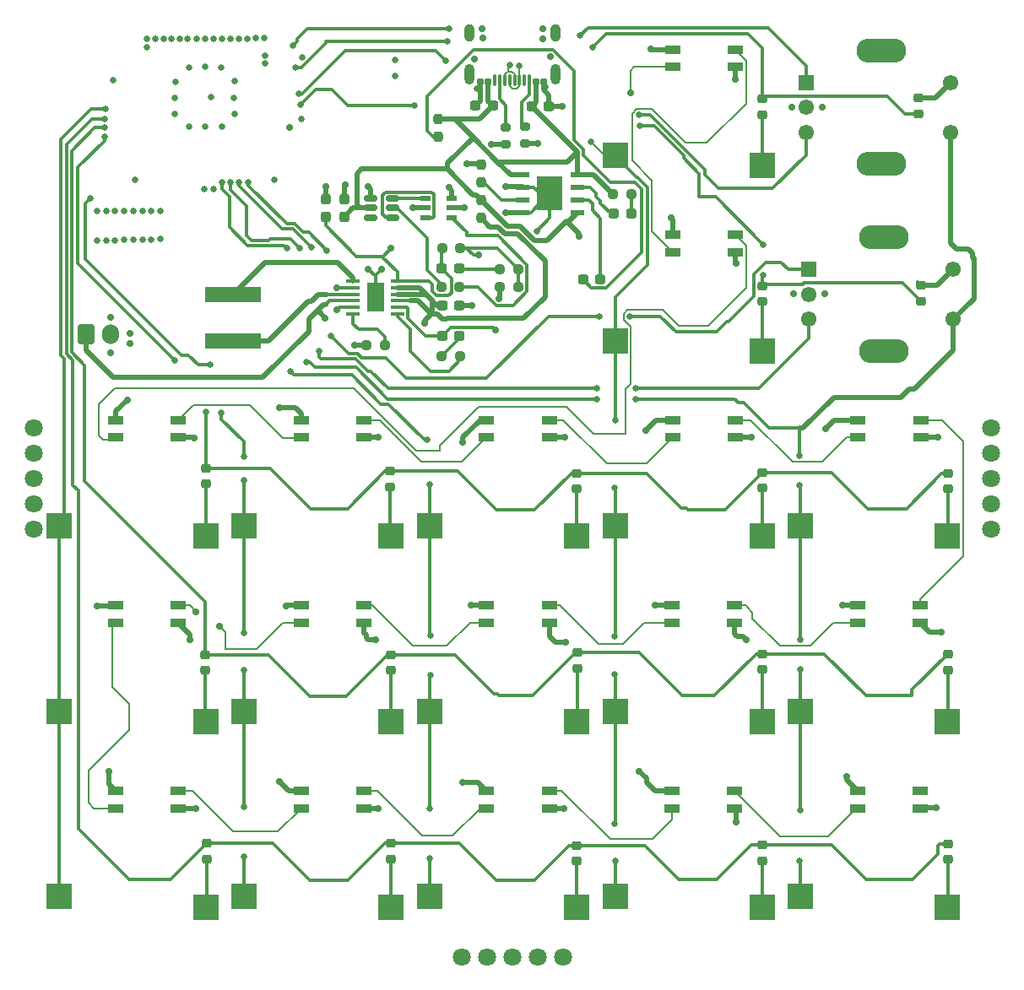
<source format=gbr>
%TF.GenerationSoftware,KiCad,Pcbnew,8.0.6*%
%TF.CreationDate,2025-02-04T14:09:59-07:00*%
%TF.ProjectId,Modular MacroPad,4d6f6475-6c61-4722-904d-6163726f5061,rev?*%
%TF.SameCoordinates,Original*%
%TF.FileFunction,Copper,L4,Bot*%
%TF.FilePolarity,Positive*%
%FSLAX46Y46*%
G04 Gerber Fmt 4.6, Leading zero omitted, Abs format (unit mm)*
G04 Created by KiCad (PCBNEW 8.0.6) date 2025-02-04 14:09:59*
%MOMM*%
%LPD*%
G01*
G04 APERTURE LIST*
G04 Aperture macros list*
%AMRoundRect*
0 Rectangle with rounded corners*
0 $1 Rounding radius*
0 $2 $3 $4 $5 $6 $7 $8 $9 X,Y pos of 4 corners*
0 Add a 4 corners polygon primitive as box body*
4,1,4,$2,$3,$4,$5,$6,$7,$8,$9,$2,$3,0*
0 Add four circle primitives for the rounded corners*
1,1,$1+$1,$2,$3*
1,1,$1+$1,$4,$5*
1,1,$1+$1,$6,$7*
1,1,$1+$1,$8,$9*
0 Add four rect primitives between the rounded corners*
20,1,$1+$1,$2,$3,$4,$5,0*
20,1,$1+$1,$4,$5,$6,$7,0*
20,1,$1+$1,$6,$7,$8,$9,0*
20,1,$1+$1,$8,$9,$2,$3,0*%
G04 Aperture macros list end*
%TA.AperFunction,ComponentPad*%
%ADD10C,1.800000*%
%TD*%
%TA.AperFunction,SMDPad,CuDef*%
%ADD11R,2.550000X2.550000*%
%TD*%
%TA.AperFunction,ComponentPad*%
%ADD12RoundRect,1.200000X-1.300000X0.000010X-1.300000X-0.000010X1.300000X-0.000010X1.300000X0.000010X0*%
%TD*%
%TA.AperFunction,ComponentPad*%
%ADD13R,1.550000X1.550000*%
%TD*%
%TA.AperFunction,ComponentPad*%
%ADD14C,1.550000*%
%TD*%
%TA.AperFunction,SMDPad,CuDef*%
%ADD15RoundRect,0.237500X0.237500X-0.250000X0.237500X0.250000X-0.237500X0.250000X-0.237500X-0.250000X0*%
%TD*%
%TA.AperFunction,SMDPad,CuDef*%
%ADD16RoundRect,0.218750X-0.256250X0.218750X-0.256250X-0.218750X0.256250X-0.218750X0.256250X0.218750X0*%
%TD*%
%TA.AperFunction,SMDPad,CuDef*%
%ADD17RoundRect,0.237500X-0.250000X-0.237500X0.250000X-0.237500X0.250000X0.237500X-0.250000X0.237500X0*%
%TD*%
%TA.AperFunction,SMDPad,CuDef*%
%ADD18RoundRect,0.237500X0.300000X0.237500X-0.300000X0.237500X-0.300000X-0.237500X0.300000X-0.237500X0*%
%TD*%
%TA.AperFunction,SMDPad,CuDef*%
%ADD19RoundRect,0.150000X-0.150000X-0.227500X0.150000X-0.227500X0.150000X0.227500X-0.150000X0.227500X0*%
%TD*%
%TA.AperFunction,SMDPad,CuDef*%
%ADD20RoundRect,0.075000X-0.075000X-0.500000X0.075000X-0.500000X0.075000X0.500000X-0.075000X0.500000X0*%
%TD*%
%TA.AperFunction,ComponentPad*%
%ADD21O,1.000000X1.800000*%
%TD*%
%TA.AperFunction,ComponentPad*%
%ADD22O,1.000000X2.100000*%
%TD*%
%TA.AperFunction,SMDPad,CuDef*%
%ADD23RoundRect,0.237500X0.250000X0.237500X-0.250000X0.237500X-0.250000X-0.237500X0.250000X-0.237500X0*%
%TD*%
%TA.AperFunction,SMDPad,CuDef*%
%ADD24RoundRect,0.237500X-0.237500X0.250000X-0.237500X-0.250000X0.237500X-0.250000X0.237500X0.250000X0*%
%TD*%
%TA.AperFunction,SMDPad,CuDef*%
%ADD25RoundRect,0.237500X-0.300000X-0.237500X0.300000X-0.237500X0.300000X0.237500X-0.300000X0.237500X0*%
%TD*%
%TA.AperFunction,SMDPad,CuDef*%
%ADD26R,1.600000X0.850000*%
%TD*%
%TA.AperFunction,SMDPad,CuDef*%
%ADD27R,0.977900X0.558800*%
%TD*%
%TA.AperFunction,SMDPad,CuDef*%
%ADD28RoundRect,0.150000X0.512500X0.150000X-0.512500X0.150000X-0.512500X-0.150000X0.512500X-0.150000X0*%
%TD*%
%TA.AperFunction,SMDPad,CuDef*%
%ADD29RoundRect,0.218750X0.256250X-0.218750X0.256250X0.218750X-0.256250X0.218750X-0.256250X-0.218750X0*%
%TD*%
%TA.AperFunction,SMDPad,CuDef*%
%ADD30RoundRect,0.200000X0.275000X-0.200000X0.275000X0.200000X-0.275000X0.200000X-0.275000X-0.200000X0*%
%TD*%
%TA.AperFunction,SMDPad,CuDef*%
%ADD31RoundRect,0.237500X-0.237500X0.300000X-0.237500X-0.300000X0.237500X-0.300000X0.237500X0.300000X0*%
%TD*%
%TA.AperFunction,SMDPad,CuDef*%
%ADD32RoundRect,0.237500X0.287500X0.237500X-0.287500X0.237500X-0.287500X-0.237500X0.287500X-0.237500X0*%
%TD*%
%TA.AperFunction,SMDPad,CuDef*%
%ADD33RoundRect,0.237500X-0.287500X-0.237500X0.287500X-0.237500X0.287500X0.237500X-0.287500X0.237500X0*%
%TD*%
%TA.AperFunction,SMDPad,CuDef*%
%ADD34R,5.689600X1.600200*%
%TD*%
%TA.AperFunction,SMDPad,CuDef*%
%ADD35RoundRect,0.237500X0.237500X-0.300000X0.237500X0.300000X-0.237500X0.300000X-0.237500X-0.300000X0*%
%TD*%
%TA.AperFunction,SMDPad,CuDef*%
%ADD36R,1.333500X0.431800*%
%TD*%
%TA.AperFunction,SMDPad,CuDef*%
%ADD37R,1.752600X2.946400*%
%TD*%
%TA.AperFunction,SMDPad,CuDef*%
%ADD38R,2.514600X3.403600*%
%TD*%
%TA.AperFunction,SMDPad,CuDef*%
%ADD39R,1.460500X0.558800*%
%TD*%
%TA.AperFunction,ComponentPad*%
%ADD40RoundRect,0.250000X-0.600000X-0.750000X0.600000X-0.750000X0.600000X0.750000X-0.600000X0.750000X0*%
%TD*%
%TA.AperFunction,ComponentPad*%
%ADD41O,1.700000X2.000000*%
%TD*%
%TA.AperFunction,ViaPad*%
%ADD42C,0.650000*%
%TD*%
%TA.AperFunction,ViaPad*%
%ADD43C,0.700000*%
%TD*%
%TA.AperFunction,Conductor*%
%ADD44C,0.300000*%
%TD*%
%TA.AperFunction,Conductor*%
%ADD45C,0.500000*%
%TD*%
%TA.AperFunction,Conductor*%
%ADD46C,0.200000*%
%TD*%
G04 APERTURE END LIST*
D10*
%TO.P,J2,1,Pin_1*%
%TO.N,unconnected-(J2-Pin_1-Pad1)*%
X196237608Y-89010589D03*
%TO.P,J2,2,Pin_2*%
%TO.N,unconnected-(J2-Pin_2-Pad2)*%
X196237608Y-91550589D03*
%TO.P,J2,3,Pin_3*%
%TO.N,unconnected-(J2-Pin_3-Pad3)*%
X196237608Y-94090589D03*
%TO.P,J2,4,Pin_4*%
%TO.N,unconnected-(J2-Pin_4-Pad4)*%
X196237608Y-96630589D03*
%TO.P,J2,5,Pin_5*%
%TO.N,unconnected-(J2-Pin_5-Pad5)*%
X196237608Y-99170589D03*
%TD*%
D11*
%TO.P,SW6,1,1*%
%TO.N,Col2*%
X139966790Y-98783608D03*
%TO.P,SW6,2,2*%
%TO.N,Net-(D39-A)*%
X154716790Y-99833608D03*
%TD*%
%TO.P,SW13,1,1*%
%TO.N,Col4*%
X177166790Y-117383608D03*
%TO.P,SW13,2,2*%
%TO.N,Net-(D29-A)*%
X191916790Y-118433608D03*
%TD*%
D10*
%TO.P,J3,1,Pin_1*%
%TO.N,unconnected-(J3-Pin_1-Pad1)*%
X100225608Y-89010589D03*
%TO.P,J3,2,Pin_2*%
%TO.N,unconnected-(J3-Pin_2-Pad2)*%
X100225608Y-91550589D03*
%TO.P,J3,3,Pin_3*%
%TO.N,unconnected-(J3-Pin_3-Pad3)*%
X100225608Y-94090589D03*
%TO.P,J3,4,Pin_4*%
%TO.N,unconnected-(J3-Pin_4-Pad4)*%
X100225608Y-96630589D03*
%TO.P,J3,5,Pin_5*%
%TO.N,unconnected-(J3-Pin_5-Pad5)*%
X100225608Y-99170589D03*
%TD*%
D11*
%TO.P,SW12,1,1*%
%TO.N,Col3*%
X158566790Y-117383608D03*
%TO.P,SW12,2,2*%
%TO.N,Net-(D26-A)*%
X173316790Y-118433608D03*
%TD*%
%TO.P,SW9,1,1*%
%TO.N,Col0*%
X102766790Y-117383608D03*
%TO.P,SW9,2,2*%
%TO.N,Net-(D35-A)*%
X117516790Y-118433608D03*
%TD*%
%TO.P,SW5,1,1*%
%TO.N,Col1*%
X121366790Y-98783608D03*
%TO.P,SW5,2,2*%
%TO.N,Net-(D38-A)*%
X136116790Y-99833608D03*
%TD*%
%TO.P,SW11,1,1*%
%TO.N,Col2*%
X139966790Y-117383608D03*
%TO.P,SW11,2,2*%
%TO.N,Net-(D36-A)*%
X154716790Y-118433608D03*
%TD*%
%TO.P,SW10,1,1*%
%TO.N,Col1*%
X121366790Y-117383608D03*
%TO.P,SW10,2,2*%
%TO.N,Net-(D34-A)*%
X136116790Y-118433608D03*
%TD*%
D12*
%TO.P,SW20,3*%
%TO.N,N/C*%
X185486390Y-69861208D03*
%TO.P,SW20,4*%
X185486390Y-81261208D03*
D13*
%TO.P,SW20,A,A*%
%TO.N,Rotary2A*%
X177986390Y-73061208D03*
D14*
%TO.P,SW20,B,B*%
%TO.N,Rotary2B*%
X177986390Y-78061208D03*
%TO.P,SW20,C,C*%
%TO.N,GND*%
X177986390Y-75561208D03*
%TO.P,SW20,S1,S1*%
%TO.N,Net-(D41-A)*%
X192486390Y-73061208D03*
%TO.P,SW20,S2,S2*%
%TO.N,Col4*%
X192486390Y-78061208D03*
%TD*%
D11*
%TO.P,SW14,1,1*%
%TO.N,Col0*%
X102766790Y-135983608D03*
%TO.P,SW14,2,2*%
%TO.N,Net-(D33-A)*%
X117516790Y-137033608D03*
%TD*%
D12*
%TO.P,SW21,3*%
%TO.N,N/C*%
X185236390Y-51111208D03*
%TO.P,SW21,4*%
X185236390Y-62511208D03*
D13*
%TO.P,SW21,A,A*%
%TO.N,Rotary1A*%
X177736390Y-54311208D03*
D14*
%TO.P,SW21,B,B*%
%TO.N,Rotary1B*%
X177736390Y-59311208D03*
%TO.P,SW21,C,C*%
%TO.N,GND*%
X177736390Y-56811208D03*
%TO.P,SW21,S1,S1*%
%TO.N,Net-(D40-A)*%
X192236390Y-54311208D03*
%TO.P,SW21,S2,S2*%
%TO.N,Col4*%
X192236390Y-59311208D03*
%TD*%
D11*
%TO.P,SW18,1,1*%
%TO.N,Col4*%
X177166790Y-135983608D03*
%TO.P,SW18,2,2*%
%TO.N,Net-(D28-A)*%
X191916790Y-137033608D03*
%TD*%
%TO.P,SW4,1,1*%
%TO.N,Col0*%
X102766790Y-98783608D03*
%TO.P,SW4,2,2*%
%TO.N,Net-(D37-A)*%
X117516790Y-99833608D03*
%TD*%
%TO.P,SW15,1,1*%
%TO.N,Col1*%
X121366790Y-135983608D03*
%TO.P,SW15,2,2*%
%TO.N,Net-(D32-A)*%
X136116790Y-137033608D03*
%TD*%
%TO.P,SW8,1,1*%
%TO.N,Col4*%
X177166790Y-98783608D03*
%TO.P,SW8,2,2*%
%TO.N,Net-(D30-A)*%
X191916790Y-99833608D03*
%TD*%
%TO.P,SW7,1,1*%
%TO.N,Col3*%
X158566790Y-98783608D03*
%TO.P,SW7,2,2*%
%TO.N,Net-(D25-A)*%
X173316790Y-99833608D03*
%TD*%
%TO.P,SW3,1,1*%
%TO.N,Col3*%
X158570590Y-80238989D03*
%TO.P,SW3,2,2*%
%TO.N,Net-(D8-A)*%
X173320590Y-81288989D03*
%TD*%
%TO.P,SW17,1,1*%
%TO.N,Col3*%
X158566790Y-135983608D03*
%TO.P,SW17,2,2*%
%TO.N,Net-(D27-A)*%
X173316790Y-137033608D03*
%TD*%
%TO.P,SW16,1,1*%
%TO.N,Col2*%
X139966790Y-135983608D03*
%TO.P,SW16,2,2*%
%TO.N,Net-(D31-A)*%
X154716790Y-137033608D03*
%TD*%
D10*
%TO.P,J4,1,Pin_1*%
%TO.N,unconnected-(J4-Pin_1-Pad1)*%
X143151608Y-142096589D03*
%TO.P,J4,2,Pin_2*%
%TO.N,unconnected-(J4-Pin_2-Pad2)*%
X145691608Y-142096589D03*
%TO.P,J4,3,Pin_3*%
%TO.N,unconnected-(J4-Pin_3-Pad3)*%
X148231608Y-142096589D03*
%TO.P,J4,4,Pin_4*%
%TO.N,unconnected-(J4-Pin_4-Pad4)*%
X150771608Y-142096589D03*
%TO.P,J4,5,Pin_5*%
%TO.N,unconnected-(J4-Pin_5-Pad5)*%
X153311608Y-142096589D03*
%TD*%
D11*
%TO.P,SW1,1,1*%
%TO.N,Col3*%
X158570590Y-61620789D03*
%TO.P,SW1,2,2*%
%TO.N,Net-(D6-A)*%
X173320590Y-62670789D03*
%TD*%
D15*
%TO.P,R12,1*%
%TO.N,BAT+*%
X145136390Y-67923708D03*
%TO.P,R12,2*%
%TO.N,VBUS*%
X145136390Y-66098708D03*
%TD*%
D16*
%TO.P,D38,1,K*%
%TO.N,Row2*%
X135986390Y-93323708D03*
%TO.P,D38,2,A*%
%TO.N,Net-(D38-A)*%
X135986390Y-94898708D03*
%TD*%
%TO.P,D34,1,K*%
%TO.N,Row3*%
X136086390Y-111711208D03*
%TO.P,D34,2,A*%
%TO.N,Net-(D34-A)*%
X136086390Y-113286208D03*
%TD*%
D17*
%TO.P,R13,1*%
%TO.N,GND*%
X133623890Y-80711208D03*
%TO.P,R13,2*%
%TO.N,Net-(U7-RT)*%
X135448890Y-80711208D03*
%TD*%
D16*
%TO.P,D39,1,K*%
%TO.N,Row2*%
X154736390Y-93511208D03*
%TO.P,D39,2,A*%
%TO.N,Net-(D39-A)*%
X154736390Y-95086208D03*
%TD*%
%TO.P,D30,1,K*%
%TO.N,Row2*%
X191936390Y-93523708D03*
%TO.P,D30,2,A*%
%TO.N,Net-(D30-A)*%
X191936390Y-95098708D03*
%TD*%
D18*
%TO.P,C8,1*%
%TO.N,Net-(C8-Pad1)*%
X142911390Y-73011208D03*
%TO.P,C8,2*%
%TO.N,GPIO16*%
X141186390Y-73011208D03*
%TD*%
D19*
%TO.P,J1,A1,GND*%
%TO.N,GND*%
X145038390Y-54288708D03*
%TO.P,J1,A4,VBUS*%
%TO.N,VBUS*%
X145838390Y-54288708D03*
D20*
%TO.P,J1,A5,CC1*%
%TO.N,Net-(J1-CC1)*%
X146988390Y-54091208D03*
%TO.P,J1,A6,D+*%
%TO.N,USB_P*%
X147988390Y-54091208D03*
%TO.P,J1,A7,D-*%
%TO.N,USB_N*%
X148488390Y-54091208D03*
%TO.P,J1,A8,SBU1*%
%TO.N,unconnected-(J1-SBU1-PadA8)*%
X149488390Y-54091208D03*
D19*
%TO.P,J1,A9,VBUS*%
%TO.N,VBUS*%
X150638390Y-54288708D03*
%TO.P,J1,A12,GND*%
%TO.N,GND*%
X151438390Y-54288708D03*
%TO.P,J1,B1,GND*%
X151438390Y-54288708D03*
%TO.P,J1,B4,VBUS*%
%TO.N,VBUS*%
X150638390Y-54288708D03*
D20*
%TO.P,J1,B5,CC2*%
%TO.N,Net-(J1-CC2)*%
X149988390Y-54091208D03*
%TO.P,J1,B6,D+*%
%TO.N,USB_P*%
X148988390Y-54091208D03*
%TO.P,J1,B7,D-*%
%TO.N,USB_N*%
X147488390Y-54091208D03*
%TO.P,J1,B8,SBU2*%
%TO.N,unconnected-(J1-SBU2-PadB8)*%
X146488390Y-54091208D03*
D19*
%TO.P,J1,B9,VBUS*%
%TO.N,VBUS*%
X145838390Y-54288708D03*
%TO.P,J1,B12,GND*%
%TO.N,GND*%
X145038390Y-54288708D03*
D21*
%TO.P,J1,S1,SHIELD*%
X143918390Y-49336208D03*
D22*
X143918390Y-53516208D03*
D21*
X152558390Y-49336208D03*
D22*
X152558390Y-53516208D03*
%TD*%
D18*
%TO.P,C9,1*%
%TO.N,Net-(C9-Pad1)*%
X142961390Y-79711208D03*
%TO.P,C9,2*%
%TO.N,Net-(U7-FB)*%
X141236390Y-79711208D03*
%TD*%
D23*
%TO.P,R15,1*%
%TO.N,Net-(U7-FB)*%
X148861390Y-73061208D03*
%TO.P,R15,2*%
%TO.N,Net-(C8-Pad1)*%
X147036390Y-73061208D03*
%TD*%
D16*
%TO.P,D35,1,K*%
%TO.N,Row3*%
X117486390Y-111711208D03*
%TO.P,D35,2,A*%
%TO.N,Net-(D35-A)*%
X117486390Y-113286208D03*
%TD*%
%TO.P,D36,1,K*%
%TO.N,Row3*%
X154786390Y-111536208D03*
%TO.P,D36,2,A*%
%TO.N,Net-(D36-A)*%
X154786390Y-113111208D03*
%TD*%
D24*
%TO.P,R10,1*%
%TO.N,GND*%
X145136390Y-62536208D03*
%TO.P,R10,2*%
%TO.N,Net-(U3-PROG)*%
X145136390Y-64361208D03*
%TD*%
D25*
%TO.P,C4,1*%
%TO.N,VBUS*%
X150223890Y-56711208D03*
%TO.P,C4,2*%
%TO.N,GND*%
X151948890Y-56711208D03*
%TD*%
D26*
%TO.P,D23,1,DOUT*%
%TO.N,Net-(D12-DIN)*%
X189224090Y-88178008D03*
%TO.P,D23,2,VSS*%
%TO.N,GND*%
X189224090Y-89928008D03*
%TO.P,D23,3,DIN*%
%TO.N,Net-(D22-DOUT)*%
X182924090Y-89928008D03*
%TO.P,D23,4,VDD*%
%TO.N,VBUS*%
X182924090Y-88178008D03*
%TD*%
D27*
%TO.P,Q1,1,S1*%
%TO.N,GND*%
X142216090Y-65961206D03*
%TO.P,Q1,2,D12*%
X142216090Y-66911207D03*
%TO.P,Q1,3,S2*%
%TO.N,Net-(Q1-S2)*%
X142216090Y-67861208D03*
%TO.P,Q1,4,G2*%
%TO.N,Net-(Q1-G2)*%
X139536390Y-67861208D03*
%TO.P,Q1,5,D12*%
%TO.N,GND*%
X139536390Y-66911207D03*
%TO.P,Q1,6,G1*%
%TO.N,Net-(Q1-G1)*%
X139536390Y-65961206D03*
%TD*%
D28*
%TO.P,U6,1,OD*%
%TO.N,Net-(Q1-G1)*%
X136286390Y-65961208D03*
%TO.P,U6,2,CS*%
%TO.N,Net-(U6-CS)*%
X136286390Y-66911208D03*
%TO.P,U6,3,OC*%
%TO.N,Net-(Q1-G2)*%
X136286390Y-67861208D03*
%TO.P,U6,4,TD*%
%TO.N,unconnected-(U6-TD-Pad4)*%
X134011390Y-67861208D03*
%TO.P,U6,5,VCC*%
%TO.N,VBUS*%
X134011390Y-66911208D03*
%TO.P,U6,6,GND*%
%TO.N,GND*%
X134011390Y-65961208D03*
%TD*%
D16*
%TO.P,D37,1,K*%
%TO.N,Row2*%
X117536390Y-93023708D03*
%TO.P,D37,2,A*%
%TO.N,Net-(D37-A)*%
X117536390Y-94598708D03*
%TD*%
D24*
%TO.P,R8,1*%
%TO.N,VBUS*%
X140836390Y-57948708D03*
%TO.P,R8,2*%
%TO.N,Net-(D1-A)*%
X140836390Y-59773708D03*
%TD*%
D16*
%TO.P,D31,1,K*%
%TO.N,Row4*%
X154686390Y-130861208D03*
%TO.P,D31,2,A*%
%TO.N,Net-(D31-A)*%
X154686390Y-132436208D03*
%TD*%
D29*
%TO.P,D41,1,K*%
%TO.N,Row1*%
X189236390Y-76261208D03*
%TO.P,D41,2,A*%
%TO.N,Net-(D41-A)*%
X189236390Y-74686208D03*
%TD*%
D26*
%TO.P,D16,1,DOUT*%
%TO.N,Net-(D16-DOUT)*%
X108476590Y-108533008D03*
%TO.P,D16,2,VSS*%
%TO.N,GND*%
X108476590Y-106783008D03*
%TO.P,D16,3,DIN*%
%TO.N,Net-(D15-DOUT)*%
X114776590Y-106783008D03*
%TO.P,D16,4,VDD*%
%TO.N,VBUS*%
X114776590Y-108533008D03*
%TD*%
%TO.P,D13,1,DOUT*%
%TO.N,Net-(D13-DOUT)*%
X164276590Y-108533008D03*
%TO.P,D13,2,VSS*%
%TO.N,GND*%
X164276590Y-106783008D03*
%TO.P,D13,3,DIN*%
%TO.N,Net-(D12-DOUT)*%
X170576590Y-106783008D03*
%TO.P,D13,4,VDD*%
%TO.N,VBUS*%
X170576590Y-108533008D03*
%TD*%
D16*
%TO.P,D28,1,K*%
%TO.N,Row4*%
X191936390Y-130673708D03*
%TO.P,D28,2,A*%
%TO.N,Net-(D28-A)*%
X191936390Y-132248708D03*
%TD*%
D30*
%TO.P,R5,1*%
%TO.N,GND*%
X149536390Y-60436208D03*
%TO.P,R5,2*%
%TO.N,Net-(J1-CC2)*%
X149536390Y-58786208D03*
%TD*%
D31*
%TO.P,C6,1*%
%TO.N,GND*%
X131436390Y-66048708D03*
%TO.P,C6,2*%
%TO.N,VBUS*%
X131436390Y-67773708D03*
%TD*%
D16*
%TO.P,D26,1,K*%
%TO.N,Row3*%
X173336390Y-111623708D03*
%TO.P,D26,2,A*%
%TO.N,Net-(D26-A)*%
X173336390Y-113198708D03*
%TD*%
D29*
%TO.P,D40,1,K*%
%TO.N,Row0*%
X189036390Y-57448708D03*
%TO.P,D40,2,A*%
%TO.N,Net-(D40-A)*%
X189036390Y-55873708D03*
%TD*%
D32*
%TO.P,D1,1,K*%
%TO.N,Net-(D1-K)*%
X157111390Y-74111208D03*
%TO.P,D1,2,A*%
%TO.N,Net-(D1-A)*%
X155361390Y-74111208D03*
%TD*%
D26*
%TO.P,D21,1,DOUT*%
%TO.N,Net-(D20-DIN)*%
X114776590Y-125383008D03*
%TO.P,D21,2,VSS*%
%TO.N,GND*%
X114776590Y-127133008D03*
%TO.P,D21,3,DIN*%
%TO.N,Net-(D16-DOUT)*%
X108476590Y-127133008D03*
%TO.P,D21,4,VDD*%
%TO.N,VBUS*%
X108476590Y-125383008D03*
%TD*%
%TO.P,D18,1,DOUT*%
%TO.N,Net-(D17-DIN)*%
X170576590Y-125383008D03*
%TO.P,D18,2,VSS*%
%TO.N,GND*%
X170576590Y-127133008D03*
%TO.P,D18,3,DIN*%
%TO.N,Net-(D18-DIN)*%
X164276590Y-127133008D03*
%TO.P,D18,4,VDD*%
%TO.N,VBUS*%
X164276590Y-125383008D03*
%TD*%
D23*
%TO.P,R14,1*%
%TO.N,Net-(U7-VC)*%
X143011390Y-81811208D03*
%TO.P,R14,2*%
%TO.N,Net-(C9-Pad1)*%
X141186390Y-81811208D03*
%TD*%
D16*
%TO.P,D25,1,K*%
%TO.N,Row2*%
X173336390Y-93423708D03*
%TO.P,D25,2,A*%
%TO.N,Net-(D25-A)*%
X173336390Y-94998708D03*
%TD*%
D26*
%TO.P,D22,1,DOUT*%
%TO.N,Net-(D22-DOUT)*%
X170624090Y-88178008D03*
%TO.P,D22,2,VSS*%
%TO.N,GND*%
X170624090Y-89928008D03*
%TO.P,D22,3,DIN*%
%TO.N,Net-(D22-DIN)*%
X164324090Y-89928008D03*
%TO.P,D22,4,VDD*%
%TO.N,VBUS*%
X164324090Y-88178008D03*
%TD*%
D16*
%TO.P,D6,1,K*%
%TO.N,Row0*%
X173336390Y-55986208D03*
%TO.P,D6,2,A*%
%TO.N,Net-(D6-A)*%
X173336390Y-57561208D03*
%TD*%
D26*
%TO.P,D14,1,DOUT*%
%TO.N,Net-(D14-DOUT)*%
X145676590Y-108533008D03*
%TO.P,D14,2,VSS*%
%TO.N,GND*%
X145676590Y-106783008D03*
%TO.P,D14,3,DIN*%
%TO.N,Net-(D13-DOUT)*%
X151976590Y-106783008D03*
%TO.P,D14,4,VDD*%
%TO.N,VBUS*%
X151976590Y-108533008D03*
%TD*%
D16*
%TO.P,D27,1,K*%
%TO.N,Row4*%
X173336390Y-130823708D03*
%TO.P,D27,2,A*%
%TO.N,Net-(D27-A)*%
X173336390Y-132398708D03*
%TD*%
D33*
%TO.P,D2,1,K*%
%TO.N,Net-(D2-K)*%
X158461390Y-67461208D03*
%TO.P,D2,2,A*%
%TO.N,Net-(D2-A)*%
X160211390Y-67461208D03*
%TD*%
D16*
%TO.P,D33,1,K*%
%TO.N,Row4*%
X117586390Y-130661208D03*
%TO.P,D33,2,A*%
%TO.N,Net-(D33-A)*%
X117586390Y-132236208D03*
%TD*%
D26*
%TO.P,D12,1,DOUT*%
%TO.N,Net-(D12-DOUT)*%
X182876590Y-108533008D03*
%TO.P,D12,2,VSS*%
%TO.N,GND*%
X182876590Y-106783008D03*
%TO.P,D12,3,DIN*%
%TO.N,Net-(D12-DIN)*%
X189176590Y-106783008D03*
%TO.P,D12,4,VDD*%
%TO.N,VBUS*%
X189176590Y-108533008D03*
%TD*%
%TO.P,D24,1,DOUT*%
%TO.N,Net-(D24-DOUT)*%
X170624090Y-51028008D03*
%TO.P,D24,2,VSS*%
%TO.N,GND*%
X170624090Y-52778008D03*
%TO.P,D24,3,DIN*%
%TO.N,LED_GPIO*%
X164324090Y-52778008D03*
%TO.P,D24,4,VDD*%
%TO.N,VBUS*%
X164324090Y-51028008D03*
%TD*%
D17*
%TO.P,R16,1*%
%TO.N,GND*%
X147036390Y-74861208D03*
%TO.P,R16,2*%
%TO.N,Net-(U7-FB)*%
X148861390Y-74861208D03*
%TD*%
D34*
%TO.P,L1,1,1*%
%TO.N,Net-(U7-SW1)*%
X120286390Y-80260208D03*
%TO.P,L1,2,2*%
%TO.N,Net-(U7-SW2)*%
X120286390Y-75561208D03*
%TD*%
D16*
%TO.P,D29,1,K*%
%TO.N,Row3*%
X191936390Y-111661208D03*
%TO.P,D29,2,A*%
%TO.N,Net-(D29-A)*%
X191936390Y-113236208D03*
%TD*%
D26*
%TO.P,D9,1,DOUT*%
%TO.N,Net-(D22-DIN)*%
X151976590Y-88183008D03*
%TO.P,D9,2,VSS*%
%TO.N,GND*%
X151976590Y-89933008D03*
%TO.P,D9,3,DIN*%
%TO.N,Net-(D10-DOUT)*%
X145676590Y-89933008D03*
%TO.P,D9,4,VDD*%
%TO.N,VBUS*%
X145676590Y-88183008D03*
%TD*%
D17*
%TO.P,R17,1*%
%TO.N,GPIO16*%
X141236390Y-70911208D03*
%TO.P,R17,2*%
%TO.N,Net-(U7-FB)*%
X143061390Y-70911208D03*
%TD*%
D35*
%TO.P,C10,1*%
%TO.N,GPIO16*%
X129536390Y-67773708D03*
%TO.P,C10,2*%
%TO.N,GND*%
X129536390Y-66048708D03*
%TD*%
D17*
%TO.P,R9,1*%
%TO.N,VBUS*%
X158386390Y-65511208D03*
%TO.P,R9,2*%
%TO.N,Net-(D2-A)*%
X160211390Y-65511208D03*
%TD*%
D18*
%TO.P,C5,1*%
%TO.N,VBUS*%
X146298890Y-56661208D03*
%TO.P,C5,2*%
%TO.N,GND*%
X144573890Y-56661208D03*
%TD*%
D16*
%TO.P,D32,1,K*%
%TO.N,Row4*%
X136086390Y-130623708D03*
%TO.P,D32,2,A*%
%TO.N,Net-(D32-A)*%
X136086390Y-132198708D03*
%TD*%
D36*
%TO.P,U7,1,RT*%
%TO.N,Net-(U7-RT)*%
X132304090Y-77511208D03*
%TO.P,U7,2,SGND*%
%TO.N,GND*%
X132304090Y-76860968D03*
%TO.P,U7,3,MODE/SYNC*%
%TO.N,BAT+*%
X132304090Y-76210728D03*
%TO.P,U7,4,SW1*%
%TO.N,Net-(U7-SW1)*%
X132304090Y-75560488D03*
%TO.P,U7,5,PGND*%
%TO.N,GND*%
X132304090Y-74910248D03*
%TO.P,U7,6,SW2*%
%TO.N,Net-(U7-SW2)*%
X132304090Y-74260008D03*
%TO.P,U7,7,VOUT*%
%TO.N,GPIO16*%
X136736390Y-74260008D03*
%TO.P,U7,8,VIN*%
%TO.N,BAT+*%
X136736390Y-74910248D03*
%TO.P,U7,9,VIN*%
X136736390Y-75560488D03*
%TO.P,U7,10,\u002ASHDN*%
X136736390Y-76210728D03*
%TO.P,U7,11,FB*%
%TO.N,Net-(U7-FB)*%
X136736390Y-76860968D03*
%TO.P,U7,12,VC*%
%TO.N,Net-(U7-VC)*%
X136736390Y-77511208D03*
D37*
%TO.P,U7,13,EPAD*%
%TO.N,GND*%
X134520240Y-75885608D03*
%TD*%
D26*
%TO.P,D17,1,DOUT*%
%TO.N,unconnected-(D17-DOUT-Pad1)*%
X189176590Y-125383008D03*
%TO.P,D17,2,VSS*%
%TO.N,GND*%
X189176590Y-127133008D03*
%TO.P,D17,3,DIN*%
%TO.N,Net-(D17-DIN)*%
X182876590Y-127133008D03*
%TO.P,D17,4,VDD*%
%TO.N,VBUS*%
X182876590Y-125383008D03*
%TD*%
%TO.P,D10,1,DOUT*%
%TO.N,Net-(D10-DOUT)*%
X133376590Y-88183008D03*
%TO.P,D10,2,VSS*%
%TO.N,GND*%
X133376590Y-89933008D03*
%TO.P,D10,3,DIN*%
%TO.N,Net-(D10-DIN)*%
X127076590Y-89933008D03*
%TO.P,D10,4,VDD*%
%TO.N,VBUS*%
X127076590Y-88183008D03*
%TD*%
D16*
%TO.P,D8,1,K*%
%TO.N,Row1*%
X173336390Y-74723708D03*
%TO.P,D8,2,A*%
%TO.N,Net-(D8-A)*%
X173336390Y-76298708D03*
%TD*%
D38*
%TO.P,U3,9,GND*%
%TO.N,GND*%
X152036390Y-65461208D03*
D39*
%TO.P,U3,8,CE*%
%TO.N,VBUS*%
X154760540Y-67366208D03*
%TO.P,U3,7,\u002ACHRG*%
%TO.N,Net-(D1-K)*%
X154760540Y-66096208D03*
%TO.P,U3,6,\u002ASTDBY*%
%TO.N,Net-(D2-K)*%
X154760540Y-64826208D03*
%TO.P,U3,5,BAT*%
%TO.N,VBUS*%
X154760540Y-63556208D03*
%TO.P,U3,4,VCC*%
X149312240Y-63556208D03*
%TO.P,U3,3,GND*%
%TO.N,GND*%
X149312240Y-64826208D03*
%TO.P,U3,2,PROG*%
%TO.N,Net-(U3-PROG)*%
X149312240Y-66096208D03*
%TO.P,U3,1,TEMP*%
%TO.N,GND*%
X149312240Y-67366208D03*
%TD*%
D25*
%TO.P,C7,1*%
%TO.N,BAT+*%
X141236390Y-76661208D03*
%TO.P,C7,2*%
%TO.N,GND*%
X142961390Y-76661208D03*
%TD*%
D40*
%TO.P,J5,1,Pin_1*%
%TO.N,BAT+*%
X105486390Y-79611208D03*
D41*
%TO.P,J5,2,Pin_2*%
%TO.N,GND*%
X107986390Y-79611208D03*
%TD*%
D26*
%TO.P,D15,1,DOUT*%
%TO.N,Net-(D15-DOUT)*%
X127076590Y-108533008D03*
%TO.P,D15,2,VSS*%
%TO.N,GND*%
X127076590Y-106783008D03*
%TO.P,D15,3,DIN*%
%TO.N,Net-(D14-DOUT)*%
X133376590Y-106783008D03*
%TO.P,D15,4,VDD*%
%TO.N,VBUS*%
X133376590Y-108533008D03*
%TD*%
%TO.P,D11,1,DOUT*%
%TO.N,Net-(D10-DIN)*%
X114776590Y-88183008D03*
%TO.P,D11,2,VSS*%
%TO.N,GND*%
X114776590Y-89933008D03*
%TO.P,D11,3,DIN*%
%TO.N,Net-(D11-DIN)*%
X108476590Y-89933008D03*
%TO.P,D11,4,VDD*%
%TO.N,VBUS*%
X108476590Y-88183008D03*
%TD*%
%TO.P,D20,1,DOUT*%
%TO.N,Net-(D19-DIN)*%
X133376590Y-125383008D03*
%TO.P,D20,2,VSS*%
%TO.N,GND*%
X133376590Y-127133008D03*
%TO.P,D20,3,DIN*%
%TO.N,Net-(D20-DIN)*%
X127076590Y-127133008D03*
%TO.P,D20,4,VDD*%
%TO.N,VBUS*%
X127076590Y-125383008D03*
%TD*%
D30*
%TO.P,R4,1*%
%TO.N,GND*%
X147636390Y-60486208D03*
%TO.P,R4,2*%
%TO.N,Net-(J1-CC1)*%
X147636390Y-58836208D03*
%TD*%
D26*
%TO.P,D7,1,DOUT*%
%TO.N,Net-(D11-DIN)*%
X170624090Y-69578008D03*
%TO.P,D7,2,VSS*%
%TO.N,GND*%
X170624090Y-71328008D03*
%TO.P,D7,3,DIN*%
%TO.N,Net-(D24-DOUT)*%
X164324090Y-71328008D03*
%TO.P,D7,4,VDD*%
%TO.N,VBUS*%
X164324090Y-69578008D03*
%TD*%
D17*
%TO.P,R11,1*%
%TO.N,Net-(U6-CS)*%
X141148890Y-74861208D03*
%TO.P,R11,2*%
%TO.N,Net-(Q1-S2)*%
X142973890Y-74861208D03*
%TD*%
D26*
%TO.P,D19,1,DOUT*%
%TO.N,Net-(D18-DIN)*%
X151976590Y-125383008D03*
%TO.P,D19,2,VSS*%
%TO.N,GND*%
X151976590Y-127133008D03*
%TO.P,D19,3,DIN*%
%TO.N,Net-(D19-DIN)*%
X145676590Y-127133008D03*
%TO.P,D19,4,VDD*%
%TO.N,VBUS*%
X145676590Y-125383008D03*
%TD*%
D42*
%TO.N,GND*%
X150701380Y-69251216D03*
%TO.N,/RST*%
X112956980Y-70038616D03*
%TO.N,/TFTCS*%
X112067980Y-70064016D03*
%TO.N,/MOSI*%
X111204380Y-70089416D03*
%TO.N,/MISO*%
X110239180Y-70089416D03*
%TO.N,/SCK*%
X109350180Y-70114816D03*
%TO.N,/GPIO10*%
X108410380Y-70140216D03*
%TO.N,/TFTCS*%
X112054383Y-67193816D03*
%TO.N,/RST*%
X112931580Y-67193816D03*
%TO.N,/MOSI*%
X111204380Y-67193816D03*
%TO.N,/MISO*%
X110239180Y-67193816D03*
%TO.N,/GPIO10*%
X108410380Y-67219216D03*
%TO.N,/SCK*%
X109350180Y-67193816D03*
%TO.N,GND*%
X111636390Y-50761208D03*
D43*
X152086390Y-51761208D03*
D42*
X120336390Y-55861208D03*
D43*
X153554408Y-89943189D03*
D42*
X113286390Y-49911208D03*
X116586390Y-49911208D03*
X111586390Y-49961208D03*
D43*
X190904408Y-89893189D03*
X109936390Y-79461208D03*
D42*
X136536390Y-53661208D03*
X124436390Y-64111208D03*
X115836390Y-58711208D03*
X118286390Y-49911208D03*
D43*
X170704408Y-72493189D03*
X132436390Y-80661208D03*
D42*
X123386390Y-49861208D03*
X114436390Y-57461208D03*
D43*
X170704408Y-128543189D03*
D42*
X115686390Y-49911208D03*
D43*
X176286390Y-56761208D03*
X147586390Y-64761208D03*
X106654408Y-106843189D03*
X146948890Y-76011208D03*
D42*
X112486390Y-49911208D03*
X119186390Y-58761208D03*
D43*
X133836390Y-73061208D03*
X133786390Y-64761208D03*
X150786390Y-60461208D03*
D42*
X110436390Y-64111208D03*
D43*
X129586390Y-64761208D03*
D42*
X119986390Y-49911208D03*
X121686390Y-49911208D03*
X122536390Y-49861208D03*
D43*
X125554408Y-106843189D03*
D42*
X144736390Y-54911208D03*
D43*
X134804408Y-127143189D03*
X134804408Y-89943189D03*
D42*
X115836390Y-52811208D03*
D43*
X162604408Y-106793189D03*
X145286390Y-49861208D03*
D42*
X114886390Y-49911208D03*
D43*
X144248890Y-76711208D03*
D42*
X136536390Y-52061208D03*
X119086390Y-52811208D03*
D43*
X107986390Y-81411208D03*
D42*
X114036390Y-49911208D03*
D43*
X144486390Y-51961208D03*
X172204408Y-89943189D03*
D42*
X108186390Y-54111208D03*
D43*
X181354408Y-106793189D03*
X130636390Y-77161208D03*
D42*
X119136390Y-49911208D03*
X114436390Y-55861208D03*
X151586390Y-54761208D03*
D43*
X146196390Y-60486208D03*
X138286390Y-66861208D03*
D42*
X118036390Y-55811208D03*
D43*
X107986390Y-77911208D03*
X109886390Y-80511208D03*
D42*
X117486390Y-58761208D03*
X117436390Y-52711208D03*
D43*
X135136390Y-73061208D03*
D42*
X117436390Y-49911208D03*
D43*
X145236390Y-48911208D03*
D42*
X120836390Y-49911208D03*
D43*
X131486390Y-64611208D03*
X153236390Y-56711208D03*
X141886390Y-64811208D03*
X116504408Y-127143189D03*
D42*
X114486390Y-54261208D03*
D43*
X179386390Y-56761208D03*
D42*
X120386390Y-54211208D03*
X127173890Y-51811208D03*
D43*
X147636390Y-67411208D03*
D42*
X120436390Y-57461208D03*
D43*
X143736390Y-62461208D03*
X116354408Y-89993189D03*
X153454408Y-127143189D03*
X144104408Y-106793189D03*
X151336390Y-49961208D03*
X190754408Y-127093189D03*
X143486390Y-66911208D03*
D42*
X123436390Y-52411208D03*
D43*
X151336390Y-48961208D03*
D42*
X123436390Y-51611208D03*
D43*
X176486390Y-75511208D03*
X130636390Y-74911208D03*
X170654408Y-53993189D03*
X179586390Y-75511208D03*
%TO.N,BAT+*%
X139504408Y-78493189D03*
X129504408Y-77943189D03*
D42*
%TO.N,USB_N*%
X148036390Y-52561208D03*
X117388042Y-65008186D03*
%TO.N,USB_P*%
X118286390Y-65011208D03*
X148936390Y-52611208D03*
%TO.N,Col3*%
X158511390Y-94986208D03*
X158536390Y-113661208D03*
X158536390Y-128711208D03*
X158586390Y-132411208D03*
X158536390Y-109861208D03*
X158570590Y-88193189D03*
X156136390Y-60261208D03*
X127086390Y-57961208D03*
%TO.N,Col0*%
X107436390Y-57011208D03*
%TO.N,Col1*%
X121366790Y-109543189D03*
X121386390Y-94261208D03*
X105961180Y-65949216D03*
X121386390Y-113261208D03*
X121336390Y-91811208D03*
X119104408Y-87443189D03*
X121366790Y-126993189D03*
X117936390Y-82661208D03*
X121386390Y-132011208D03*
%TO.N,Col2*%
X125986390Y-83311208D03*
X125636390Y-70961208D03*
X139986390Y-94661208D03*
X139966790Y-132191608D03*
X140086390Y-109761208D03*
X140086390Y-113761208D03*
X139704408Y-90193189D03*
X139966790Y-127143189D03*
X119136390Y-64311208D03*
%TO.N,Col4*%
X177036390Y-91761208D03*
X177086390Y-132411208D03*
X160636390Y-86061208D03*
X126936390Y-70911208D03*
X156736390Y-86061208D03*
X177166790Y-113191608D03*
X177086390Y-94761208D03*
X119986390Y-64311208D03*
X177136390Y-110211208D03*
X177166790Y-127293189D03*
X127636390Y-82361208D03*
%TO.N,Rotary1B*%
X161010764Y-57586834D03*
X141586390Y-52111208D03*
X126836390Y-55411208D03*
%TO.N,Rotary1A*%
X126236390Y-50661208D03*
X155086390Y-49611208D03*
X141911390Y-48936208D03*
%TO.N,Rotary2B*%
X128886390Y-81261208D03*
X128086390Y-70861208D03*
X120836390Y-64311208D03*
X160636390Y-84961208D03*
X156736390Y-84961208D03*
%TO.N,Rotary2A*%
X129686390Y-71211208D03*
X156986390Y-77761208D03*
X121786390Y-64311208D03*
X160036390Y-77761208D03*
X130061390Y-79736208D03*
%TO.N,Row0*%
X156286390Y-50811208D03*
X141786390Y-50211208D03*
X126486390Y-52861208D03*
%TO.N,Row1*%
X173386390Y-73611208D03*
X161036390Y-58661208D03*
X138436390Y-56611208D03*
X127036390Y-56511208D03*
X173386390Y-70561208D03*
%TO.N,Row2*%
X107386390Y-59761208D03*
X117536390Y-87393189D03*
X114386390Y-82161208D03*
%TO.N,Row3*%
X107386390Y-58861208D03*
%TO.N,Row4*%
X107386390Y-57961208D03*
D43*
%TO.N,GPIO16*%
X136104408Y-70943189D03*
%TO.N,LED_GPIO*%
X160104408Y-55343189D03*
X125904408Y-58793189D03*
%TO.N,Net-(D15-DOUT)*%
X116554408Y-107393189D03*
X118854408Y-108843189D03*
%TO.N,Net-(U7-FB)*%
X146554408Y-79143189D03*
X144854408Y-71593189D03*
D42*
%TO.N,/GPIO9*%
X107506122Y-70180874D03*
X107506122Y-67229358D03*
%TO.N,/GPIO8*%
X106632380Y-70216416D03*
X106632380Y-67219216D03*
D43*
%TO.N,VBUS*%
X124904408Y-86943189D03*
X107804408Y-123393189D03*
X115954408Y-110193189D03*
X134554408Y-110243189D03*
X191254408Y-109443189D03*
X171704408Y-110193189D03*
X164154408Y-67893189D03*
X154954408Y-69743189D03*
X161654408Y-89193189D03*
X153604408Y-110443189D03*
X162129408Y-50968189D03*
X179654408Y-89093189D03*
X143304408Y-90393189D03*
X124904408Y-124443189D03*
X143254408Y-124543189D03*
X181804408Y-123943189D03*
X109654408Y-86143189D03*
X161004408Y-123393189D03*
%TD*%
D44*
%TO.N,Rotary2B*%
X128086390Y-70861208D02*
X126236390Y-69011208D01*
X126236390Y-69011208D02*
X125137572Y-69011208D01*
X125137572Y-69011208D02*
X120836390Y-64710026D01*
X120836390Y-64710026D02*
X120836390Y-64311208D01*
%TO.N,Rotary2A*%
X126443497Y-68511208D02*
X125636390Y-68511208D01*
X127827998Y-69352816D02*
X127285105Y-69352816D01*
X127285105Y-69352816D02*
X126443497Y-68511208D01*
X129686390Y-71211208D02*
X127827998Y-69352816D01*
X125636390Y-68511208D02*
X121786390Y-64661208D01*
X121786390Y-64661208D02*
X121786390Y-64311208D01*
%TO.N,GND*%
X152036390Y-65461208D02*
X152036390Y-67916206D01*
X152036390Y-67916206D02*
X150701380Y-69251216D01*
D45*
%TO.N,VBUS*%
X153704408Y-68211208D02*
X151724600Y-70191016D01*
X151724600Y-70191016D02*
X150506148Y-70191016D01*
X150506148Y-70191016D02*
X149076340Y-68761208D01*
X149076340Y-68761208D02*
X147798890Y-68761208D01*
X147798890Y-68761208D02*
X145136390Y-66098708D01*
D44*
%TO.N,GND*%
X152036390Y-65461208D02*
X151026172Y-65461208D01*
X151026172Y-65461208D02*
X150391172Y-64826208D01*
X150391172Y-64826208D02*
X149312240Y-64826208D01*
X152036390Y-65461208D02*
X150131390Y-67366208D01*
X150131390Y-67366208D02*
X149312240Y-67366208D01*
%TO.N,Col1*%
X105961180Y-65949216D02*
X105463980Y-66446416D01*
X105463980Y-72019816D02*
X115105372Y-81661208D01*
X116786390Y-82661208D02*
X117936390Y-82661208D01*
X115105372Y-81661208D02*
X115786390Y-81661208D01*
X105463980Y-66446416D02*
X105463980Y-72019816D01*
X115786390Y-81661208D02*
X116786390Y-82661208D01*
%TO.N,Row2*%
X107386390Y-59761208D02*
X107386390Y-60161208D01*
X107386390Y-60161208D02*
X104701980Y-62845618D01*
X104701980Y-62845618D02*
X104701980Y-72476798D01*
X104701980Y-72476798D02*
X114386390Y-82161208D01*
D45*
%TO.N,GND*%
X142216090Y-65140908D02*
X142216090Y-65961206D01*
X131436390Y-64661208D02*
X131436390Y-66048708D01*
X170624090Y-52778008D02*
X170624090Y-53962871D01*
X189216409Y-127093189D02*
X189176590Y-127133008D01*
X151986771Y-127143189D02*
X151976590Y-127133008D01*
X145061390Y-62461208D02*
X145136390Y-62536208D01*
X134794227Y-89933008D02*
X134804408Y-89943189D01*
X106654408Y-106843189D02*
X108416409Y-106843189D01*
X151438390Y-54288708D02*
X151438390Y-55063208D01*
X108416409Y-106843189D02*
X108476590Y-106783008D01*
D44*
X130636390Y-77161208D02*
X130936630Y-76860968D01*
D45*
X147036390Y-74861208D02*
X147036390Y-75923708D01*
X149312240Y-67366208D02*
X147681390Y-67366208D01*
X127076590Y-106783008D02*
X125614589Y-106783008D01*
X170624090Y-71328008D02*
X170624090Y-72412871D01*
X147681390Y-67366208D02*
X147636390Y-67411208D01*
X150786390Y-60461208D02*
X149561390Y-60461208D01*
X172189227Y-89928008D02*
X172204408Y-89943189D01*
X147036390Y-75923708D02*
X146948890Y-76011208D01*
X170624090Y-72412871D02*
X170704408Y-72493189D01*
X181354408Y-106793189D02*
X182866409Y-106793189D01*
D44*
X134520240Y-75885608D02*
X134520240Y-73677358D01*
D45*
X189224090Y-89928008D02*
X190869589Y-89928008D01*
X139486391Y-66861208D02*
X139536390Y-66911207D01*
X145666409Y-106793189D02*
X145676590Y-106783008D01*
D44*
X134520240Y-73677358D02*
X135136390Y-73061208D01*
D45*
X132486390Y-80711208D02*
X132436390Y-80661208D01*
X129586390Y-65998708D02*
X129536390Y-66048708D01*
X170704408Y-128543189D02*
X170704408Y-127260826D01*
X146196390Y-60486208D02*
X147636390Y-60486208D01*
X170624090Y-53962871D02*
X170654408Y-53993189D01*
X133623890Y-80711208D02*
X132486390Y-80711208D01*
D44*
X130636390Y-74911208D02*
X132303130Y-74911208D01*
D45*
X153236390Y-56711208D02*
X151948890Y-56711208D01*
D44*
X132303130Y-74911208D02*
X132304090Y-74910248D01*
D45*
X151986771Y-89943189D02*
X151976590Y-89933008D01*
X116294227Y-89933008D02*
X116354408Y-89993189D01*
X143736390Y-62461208D02*
X145061390Y-62461208D01*
X151948890Y-56711208D02*
X151948890Y-55573708D01*
X147586390Y-64761208D02*
X149247240Y-64761208D01*
X134011390Y-65961208D02*
X134011390Y-64986208D01*
X153454408Y-127143189D02*
X151986771Y-127143189D01*
X182866409Y-106793189D02*
X182876590Y-106783008D01*
X190754408Y-127093189D02*
X189216409Y-127093189D01*
X114786771Y-127143189D02*
X114776590Y-127133008D01*
X151948890Y-55573708D02*
X151438390Y-55063208D01*
X138286390Y-66861208D02*
X139486391Y-66861208D01*
X134011390Y-64986208D02*
X133786390Y-64761208D01*
X134794227Y-127133008D02*
X134804408Y-127143189D01*
X125614589Y-106783008D02*
X125554408Y-106843189D01*
X114776590Y-89933008D02*
X116294227Y-89933008D01*
X162614589Y-106783008D02*
X162604408Y-106793189D01*
X116504408Y-127143189D02*
X114786771Y-127143189D01*
X142961390Y-76661208D02*
X144198890Y-76661208D01*
X133376590Y-127133008D02*
X134794227Y-127133008D01*
X141886390Y-64811208D02*
X142216090Y-65140908D01*
X164276590Y-106783008D02*
X162614589Y-106783008D01*
X170624090Y-89928008D02*
X172189227Y-89928008D01*
X170704408Y-127260826D02*
X170576590Y-127133008D01*
X144198890Y-76661208D02*
X144248890Y-76711208D01*
X133376590Y-89933008D02*
X134794227Y-89933008D01*
X190869589Y-89928008D02*
X190904408Y-89893189D01*
X149561390Y-60461208D02*
X149536390Y-60436208D01*
X149247240Y-64761208D02*
X149312240Y-64826208D01*
D44*
X134520240Y-75885608D02*
X134520240Y-73745058D01*
D45*
X143486390Y-66911208D02*
X142216091Y-66911208D01*
X153554408Y-89943189D02*
X151986771Y-89943189D01*
X131486390Y-64611208D02*
X131436390Y-64661208D01*
X145038390Y-56196708D02*
X144573890Y-56661208D01*
X142216091Y-66911208D02*
X142216090Y-66911207D01*
X129586390Y-64761208D02*
X129586390Y-65998708D01*
X144104408Y-106793189D02*
X145666409Y-106793189D01*
D44*
X130936630Y-76860968D02*
X132304090Y-76860968D01*
D45*
X145038390Y-54288708D02*
X145038390Y-56196708D01*
D44*
X134520240Y-73745058D02*
X133836390Y-73061208D01*
D45*
%TO.N,BAT+*%
X140686390Y-76661208D02*
X140236390Y-76211207D01*
X151536390Y-75811208D02*
X151536390Y-72211208D01*
X136736390Y-75560488D02*
X139585670Y-75560488D01*
X147508941Y-69461208D02*
X146858941Y-68811208D01*
X141236390Y-76661208D02*
X140686390Y-76661208D01*
X128554409Y-77393189D02*
X128954408Y-77393189D01*
X141754408Y-77993189D02*
X149354409Y-77993189D01*
X139585670Y-75560488D02*
X139711390Y-75686208D01*
X127854408Y-78093190D02*
X128554409Y-77393189D01*
X139504408Y-78193189D02*
X140154408Y-77543189D01*
X129336390Y-76611208D02*
X129536390Y-76611208D01*
X128954408Y-77393189D02*
X129504408Y-77943189D01*
X139711390Y-75686208D02*
X138951090Y-74925908D01*
D44*
X129936870Y-76210728D02*
X132304090Y-76210728D01*
X138054408Y-76210728D02*
X136736390Y-76210728D01*
D45*
X123236390Y-83911208D02*
X127854408Y-79293190D01*
X146858941Y-68811208D02*
X146023890Y-68811208D01*
X149354409Y-77993189D02*
X151536390Y-75811208D01*
X151536390Y-72211208D02*
X148786390Y-69461208D01*
X105486390Y-81211208D02*
X108186390Y-83911208D01*
X141204408Y-78043189D02*
X141704408Y-78043189D01*
X127854408Y-79293190D02*
X127854408Y-78093190D01*
X139504408Y-78493189D02*
X139504408Y-78193189D01*
X128554409Y-77393189D02*
X129336390Y-76611208D01*
D44*
X129536390Y-76611208D02*
X129936870Y-76210728D01*
D45*
X148786390Y-69461208D02*
X147508941Y-69461208D01*
X105486390Y-79611208D02*
X105486390Y-81211208D01*
X140704408Y-77543189D02*
X141204408Y-78043189D01*
X140154408Y-77543189D02*
X140236390Y-77461207D01*
X141704408Y-78043189D02*
X141754408Y-77993189D01*
X146023890Y-68811208D02*
X145136390Y-67923708D01*
X140154408Y-77543189D02*
X140704408Y-77543189D01*
X138821947Y-76210728D02*
X140154408Y-77543189D01*
X108186390Y-83911208D02*
X123236390Y-83911208D01*
X140236390Y-77461207D02*
X140236390Y-76211207D01*
X140236390Y-76211207D02*
X139711390Y-75686208D01*
X138054408Y-76210728D02*
X138821947Y-76210728D01*
X138951090Y-74925908D02*
X136736390Y-74925908D01*
D44*
%TO.N,Net-(C9-Pad1)*%
X142961390Y-80036208D02*
X141186390Y-81811208D01*
X142961390Y-79711208D02*
X142961390Y-80036208D01*
%TO.N,Net-(J1-CC1)*%
X146988390Y-55975776D02*
X147636390Y-56623776D01*
X146988390Y-54091208D02*
X146988390Y-55975776D01*
X147636390Y-56623776D02*
X147636390Y-58836208D01*
%TO.N,Net-(J1-CC2)*%
X149236390Y-56323776D02*
X149236390Y-58486208D01*
X149236390Y-58486208D02*
X149536390Y-58786208D01*
X149988390Y-55571776D02*
X149236390Y-56323776D01*
X149988390Y-54091208D02*
X149988390Y-55571776D01*
%TO.N,Net-(Q1-G2)*%
X140375340Y-65500158D02*
X140375340Y-67811208D01*
X140186390Y-65311208D02*
X140375340Y-65500158D01*
X135273890Y-65573708D02*
X135536390Y-65311208D01*
X140325340Y-67861208D02*
X139536390Y-67861208D01*
X136286390Y-67861208D02*
X135623891Y-67861208D01*
X135623891Y-67861208D02*
X135273890Y-67511207D01*
X135536390Y-65311208D02*
X140186390Y-65311208D01*
X135273890Y-67511207D02*
X135273890Y-65573708D01*
X140375340Y-67811208D02*
X140325340Y-67861208D01*
%TO.N,Net-(Q1-G1)*%
X136286392Y-65961206D02*
X136286390Y-65961208D01*
X139536390Y-65961206D02*
X136286392Y-65961206D01*
%TO.N,Net-(Q1-S2)*%
X142973890Y-74861208D02*
X144808940Y-74861208D01*
X149748890Y-72623776D02*
X146836322Y-69711208D01*
X143678590Y-69323708D02*
X142216090Y-67861208D01*
X146836322Y-69711208D02*
X143748890Y-69711208D01*
X148336322Y-76711208D02*
X149748890Y-75298640D01*
X146658940Y-76711208D02*
X148336322Y-76711208D01*
X144808940Y-74861208D02*
X146658940Y-76711208D01*
X143748890Y-69711208D02*
X143678590Y-69640908D01*
X143678590Y-69640908D02*
X143678590Y-69323708D01*
X149748890Y-75298640D02*
X149748890Y-72623776D01*
%TO.N,Net-(U3-PROG)*%
X147171390Y-66096208D02*
X149312240Y-66096208D01*
X145236390Y-64161208D02*
X147171390Y-66096208D01*
D46*
%TO.N,USB_N*%
X147755980Y-53216208D02*
X147886390Y-53216208D01*
X147488390Y-53483798D02*
X147755980Y-53216208D01*
X147488390Y-54091208D02*
X147488390Y-53483798D01*
X147886390Y-53216208D02*
X148220800Y-53216208D01*
X148488390Y-53483798D02*
X148488390Y-54091208D01*
X148220800Y-53216208D02*
X148488390Y-53483798D01*
X147886390Y-52711208D02*
X148036390Y-52561208D01*
X147886390Y-53216208D02*
X147886390Y-52711208D01*
%TO.N,USB_P*%
X148720800Y-54966208D02*
X148988390Y-54698618D01*
X148988390Y-54091208D02*
X148988390Y-52663208D01*
X148988390Y-52663208D02*
X148936390Y-52611208D01*
X148255980Y-54966208D02*
X148720800Y-54966208D01*
X148988390Y-54698618D02*
X148988390Y-54091208D01*
X147988390Y-54091208D02*
X147988390Y-54698618D01*
X147988390Y-54698618D02*
X148255980Y-54966208D01*
D44*
%TO.N,Net-(D6-A)*%
X173336390Y-57561208D02*
X173336390Y-62757008D01*
X173336390Y-62757008D02*
X173320590Y-62772808D01*
D46*
%TO.N,Col3*%
X157597990Y-61722808D02*
X156136390Y-60261208D01*
D44*
X158566790Y-95041608D02*
X158511390Y-94986208D01*
X158570590Y-75827008D02*
X161804408Y-72593190D01*
X158566790Y-132430808D02*
X158586390Y-132411208D01*
X158511390Y-94986208D02*
X158486390Y-94961208D01*
X158536390Y-109861208D02*
X158566790Y-109830808D01*
X158536390Y-128711208D02*
X158536390Y-128561208D01*
X158570590Y-88193189D02*
X158570590Y-80322808D01*
X160696422Y-63848640D02*
X158570590Y-61722808D01*
X158566790Y-98783608D02*
X158566790Y-95041608D01*
X161804408Y-72593190D02*
X161804408Y-64843189D01*
X158570590Y-80322808D02*
X158570590Y-75827008D01*
X158536390Y-128561208D02*
X158566790Y-128530808D01*
X158566790Y-109830808D02*
X158566790Y-98783608D01*
D46*
X158570590Y-61722808D02*
X157597990Y-61722808D01*
D44*
X160809859Y-63848640D02*
X160696422Y-63848640D01*
X158566790Y-135983608D02*
X158566790Y-132430808D01*
X161804408Y-64843189D02*
X160809859Y-63848640D01*
X158566790Y-117383608D02*
X158566790Y-113691608D01*
X158566790Y-113691608D02*
X158536390Y-113661208D01*
X158566790Y-128530808D02*
X158566790Y-117383608D01*
%TO.N,Net-(D8-A)*%
X173336390Y-76298708D02*
X173336390Y-81357008D01*
X173336390Y-81357008D02*
X173320590Y-81372808D01*
%TO.N,Col0*%
X102986390Y-81681054D02*
X103336390Y-82031054D01*
X105986390Y-57011208D02*
X102986390Y-60011208D01*
X102986390Y-60011208D02*
X102986390Y-81681054D01*
X102766790Y-135983608D02*
X102766790Y-117383608D01*
X103336390Y-98214008D02*
X102766790Y-98783608D01*
X107436390Y-57011208D02*
X105986390Y-57011208D01*
X103336390Y-82031054D02*
X103336390Y-98214008D01*
X102766790Y-117383608D02*
X102766790Y-98783608D01*
%TO.N,Col1*%
X121366790Y-126993189D02*
X121366790Y-117383608D01*
X121366790Y-98783608D02*
X121366790Y-96568712D01*
X121366790Y-132030808D02*
X121386390Y-132011208D01*
X119104408Y-88129226D02*
X121336390Y-90361208D01*
X121336390Y-90361208D02*
X121336390Y-91811208D01*
X119104408Y-87443189D02*
X119104408Y-88129226D01*
X121366790Y-117383608D02*
X121366790Y-113280808D01*
X121366790Y-109543189D02*
X121366790Y-98783608D01*
X121366790Y-113280808D02*
X121386390Y-113261208D01*
X121366790Y-96568712D02*
X121386390Y-96549112D01*
X121366790Y-135983608D02*
X121366790Y-132030808D01*
X121386390Y-96549112D02*
X121386390Y-94261208D01*
%TO.N,Col2*%
X119136390Y-64311208D02*
X119136390Y-64261208D01*
X139966790Y-98783608D02*
X139966790Y-94680808D01*
X139704408Y-90193189D02*
X139454408Y-90193189D01*
X121686390Y-70661208D02*
X119886390Y-68861208D01*
X119886390Y-65761208D02*
X119136390Y-65011208D01*
X139966790Y-113880808D02*
X140086390Y-113761208D01*
X139966790Y-135983608D02*
X139966790Y-132191608D01*
X140086390Y-109761208D02*
X139966790Y-109641608D01*
X135822427Y-86561208D02*
X135072427Y-86561208D01*
X119136390Y-65011208D02*
X119136390Y-64311208D01*
X119886390Y-68861208D02*
X119886390Y-65761208D01*
X139454408Y-90193189D02*
X135822427Y-86561208D01*
X139966790Y-109641608D02*
X139966790Y-98783608D01*
X125636390Y-70961208D02*
X125336390Y-70661208D01*
X126318371Y-83643189D02*
X125986390Y-83311208D01*
X139966790Y-94680808D02*
X139986390Y-94661208D01*
X125336390Y-70661208D02*
X121686390Y-70661208D01*
X139966790Y-117383608D02*
X139966790Y-113880808D01*
X132154408Y-83643189D02*
X126318371Y-83643189D01*
X135072427Y-86561208D02*
X132154408Y-83643189D01*
X139966790Y-127143189D02*
X139966790Y-117383608D01*
%TO.N,Col4*%
X177036390Y-91761208D02*
X177036390Y-91811208D01*
X123940985Y-70011208D02*
X126036390Y-70011208D01*
D45*
X192486390Y-81161207D02*
X188604408Y-85043189D01*
D44*
X177166790Y-132491608D02*
X177086390Y-132411208D01*
X173986390Y-89011208D02*
X177036390Y-89011208D01*
X177166790Y-94841608D02*
X177166790Y-98783608D01*
X121636390Y-69661208D02*
X122136390Y-70161208D01*
X135743496Y-86061208D02*
X156736390Y-86061208D01*
D45*
X194454408Y-71893189D02*
X194554408Y-71993189D01*
D44*
X128486390Y-82911208D02*
X132593496Y-82911208D01*
D45*
X192486390Y-78061208D02*
X192486390Y-81161207D01*
X192236390Y-59311208D02*
X192236390Y-70455171D01*
X188604408Y-85043189D02*
X188104408Y-85043189D01*
D44*
X170936390Y-86461208D02*
X171436390Y-86461208D01*
X177166790Y-110180808D02*
X177166790Y-98783608D01*
D45*
X192236390Y-70455171D02*
X192774408Y-70993189D01*
D44*
X170536390Y-86061208D02*
X170936390Y-86461208D01*
D45*
X187204408Y-85943189D02*
X180504408Y-85943189D01*
X194004408Y-70993189D02*
X194454408Y-71443189D01*
D44*
X171436390Y-86461208D02*
X173986390Y-89011208D01*
X177086390Y-94761208D02*
X177166790Y-94841608D01*
X177166790Y-127293189D02*
X177166790Y-117383608D01*
D45*
X180504408Y-85943189D02*
X177436389Y-89011208D01*
D44*
X177166790Y-117383608D02*
X177166790Y-113191608D01*
X127636390Y-82361208D02*
X127936390Y-82361208D01*
X177166790Y-113191608D02*
X177136390Y-113161208D01*
D45*
X194554408Y-75993190D02*
X192486390Y-78061208D01*
X194454408Y-71443189D02*
X194454408Y-71893189D01*
D44*
X126036390Y-70011208D02*
X126936390Y-70911208D01*
D45*
X194554408Y-71993189D02*
X194554408Y-75993190D01*
D44*
X119986390Y-65061208D02*
X121636390Y-66711208D01*
X119986390Y-64311208D02*
X119986390Y-65061208D01*
X160636390Y-86061208D02*
X170536390Y-86061208D01*
X121636390Y-66711208D02*
X121636390Y-69661208D01*
D45*
X192774408Y-70993189D02*
X194004408Y-70993189D01*
X177436389Y-89011208D02*
X177036390Y-89011208D01*
X188104408Y-85043189D02*
X187204408Y-85943189D01*
D44*
X123790985Y-70161208D02*
X123940985Y-70011208D01*
X132593496Y-82911208D02*
X135743496Y-86061208D01*
X122136390Y-70161208D02*
X123790985Y-70161208D01*
X127936390Y-82361208D02*
X128486390Y-82911208D01*
X177036390Y-89011208D02*
X177036390Y-91761208D01*
X177136390Y-110211208D02*
X177166790Y-110180808D01*
X177166790Y-135983608D02*
X177166790Y-132491608D01*
%TO.N,Net-(D28-A)*%
X191936390Y-132248708D02*
X191936390Y-137014008D01*
X191936390Y-137014008D02*
X191916790Y-137033608D01*
%TO.N,Rotary1B*%
X177736390Y-59311208D02*
X177736390Y-61607008D01*
X177736390Y-61607008D02*
X174382190Y-64961208D01*
X174382190Y-64961208D02*
X168932842Y-64961208D01*
X162096053Y-57586834D02*
X161010764Y-57586834D01*
X161010764Y-57586834D02*
X160986390Y-57562460D01*
X140586390Y-51111208D02*
X141586390Y-52111208D01*
X168932842Y-64961208D02*
X167535590Y-63563956D01*
X127186390Y-55411208D02*
X131486390Y-51111208D01*
X167535590Y-63026371D02*
X162096053Y-57586834D01*
X126836390Y-55411208D02*
X127186390Y-55411208D01*
X167535590Y-63563956D02*
X167535590Y-63026371D01*
X131486390Y-51111208D02*
X140586390Y-51111208D01*
%TO.N,Rotary1A*%
X173936390Y-48811208D02*
X177736390Y-52611208D01*
X177736390Y-52611208D02*
X177736390Y-54311208D01*
X141911390Y-48936208D02*
X127711390Y-48936208D01*
X155886390Y-48811208D02*
X173936390Y-48811208D01*
X126686390Y-49961208D02*
X126686390Y-50211208D01*
X155086390Y-49611208D02*
X155886390Y-48811208D01*
X126686390Y-50211208D02*
X126236390Y-50661208D01*
X127711390Y-48936208D02*
X126686390Y-49961208D01*
%TO.N,Rotary2B*%
X133779284Y-83261208D02*
X134086390Y-83261208D01*
X129036390Y-82011208D02*
X132529284Y-82011208D01*
X170336390Y-84961208D02*
X160636390Y-84961208D01*
X135786390Y-84961208D02*
X156736390Y-84961208D01*
X134086390Y-83261208D02*
X135786390Y-84961208D01*
X128886390Y-81861208D02*
X129036390Y-82011208D01*
X177986390Y-78061208D02*
X177986390Y-79957008D01*
X128886390Y-81261208D02*
X128886390Y-81861208D01*
X177986390Y-79957008D02*
X172982190Y-84961208D01*
X172982190Y-84961208D02*
X170336390Y-84961208D01*
X132529284Y-82011208D02*
X133779284Y-83261208D01*
%TO.N,Rotary2A*%
X133136390Y-81911208D02*
X135586390Y-81911208D01*
X164704408Y-79343189D02*
X168754408Y-79343189D01*
X132736390Y-81511208D02*
X133136390Y-81911208D01*
X172511390Y-73531613D02*
X173681795Y-72361208D01*
X173681795Y-72361208D02*
X175236390Y-72361208D01*
X169955590Y-78292007D02*
X172511390Y-75736207D01*
X175936390Y-73061208D02*
X177986390Y-73061208D01*
X168754408Y-79343189D02*
X169805590Y-78292007D01*
X135586390Y-81911208D02*
X137636390Y-83961208D01*
X160036390Y-77761208D02*
X163122427Y-77761208D01*
X130061390Y-79736208D02*
X131836390Y-81511208D01*
X137636390Y-83961208D02*
X145686390Y-83961208D01*
X169805590Y-78292007D02*
X169955590Y-78292007D01*
X131836390Y-81511208D02*
X132736390Y-81511208D01*
X151886390Y-77761208D02*
X156986390Y-77761208D01*
X175236390Y-72361208D02*
X175936390Y-73061208D01*
X163122427Y-77761208D02*
X164704408Y-79343189D01*
X172511390Y-75736207D02*
X172511390Y-73531613D01*
X145686390Y-83961208D02*
X151886390Y-77761208D01*
%TO.N,Row0*%
X157636390Y-49461208D02*
X171936390Y-49461208D01*
X156286390Y-50811208D02*
X157636390Y-49461208D01*
X127078485Y-52861208D02*
X129536390Y-50403303D01*
X173336390Y-50861208D02*
X173336390Y-55986208D01*
X187623890Y-57448708D02*
X189036390Y-57448708D01*
X126486390Y-52861208D02*
X127078485Y-52861208D01*
X173636390Y-55686208D02*
X185861390Y-55686208D01*
X173336390Y-55986208D02*
X173636390Y-55686208D01*
X129536390Y-50403303D02*
X129536390Y-50211208D01*
X185861390Y-55686208D02*
X187623890Y-57448708D01*
X171936390Y-49461208D02*
X173336390Y-50861208D01*
X129536390Y-50211208D02*
X141786390Y-50211208D01*
%TO.N,Row1*%
X128536390Y-55011208D02*
X130186390Y-55011208D01*
X173336390Y-74628608D02*
X173336390Y-74723708D01*
X173336390Y-73661208D02*
X173386390Y-73611208D01*
X165436390Y-61911208D02*
X165436390Y-61638371D01*
X131786390Y-56611208D02*
X138436390Y-56611208D01*
X166986390Y-63461208D02*
X165436390Y-61911208D01*
X166986390Y-65811208D02*
X166986390Y-63461208D01*
X168636390Y-65811208D02*
X166986390Y-65811208D01*
X187411390Y-74436208D02*
X177520399Y-74436208D01*
X127036390Y-56511208D02*
X128536390Y-55011208D01*
X177520399Y-74436208D02*
X177395399Y-74561208D01*
X173386390Y-70561208D02*
X168636390Y-65811208D01*
X189236390Y-76261208D02*
X187411390Y-74436208D01*
X162459227Y-58661208D02*
X161036390Y-58661208D01*
X173498890Y-74561208D02*
X173336390Y-74723708D01*
X165436390Y-61638371D02*
X162459227Y-58661208D01*
X189286390Y-76261208D02*
X189236390Y-76261208D01*
X173336390Y-74723708D02*
X173336390Y-73661208D01*
X177395399Y-74561208D02*
X173498890Y-74561208D01*
X130186390Y-55011208D02*
X131786390Y-56611208D01*
%TO.N,Row2*%
X131786390Y-97061208D02*
X135523890Y-93323708D01*
X146636390Y-97211208D02*
X150486390Y-97211208D01*
X154186390Y-93511208D02*
X154736390Y-93511208D01*
X183886390Y-97061208D02*
X187786390Y-97061208D01*
X154736390Y-93511208D02*
X161736390Y-93511208D01*
X169586390Y-97161208D02*
X173323890Y-93423708D01*
X161736390Y-93511208D02*
X165236390Y-97011208D01*
X165236390Y-97011208D02*
X165736390Y-97011208D01*
X150486390Y-97211208D02*
X154186390Y-93511208D01*
X135986390Y-93323708D02*
X142748890Y-93323708D01*
X187786390Y-97061208D02*
X191323890Y-93523708D01*
X135523890Y-93323708D02*
X135986390Y-93323708D01*
X123998890Y-93023708D02*
X128036390Y-97061208D01*
X180248890Y-93423708D02*
X183886390Y-97061208D01*
X117536390Y-93023708D02*
X123998890Y-93023708D01*
X165886390Y-97161208D02*
X169586390Y-97161208D01*
X173336390Y-93423708D02*
X180248890Y-93423708D01*
X165736390Y-97011208D02*
X165886390Y-97161208D01*
X191323890Y-93523708D02*
X191936390Y-93523708D01*
X117536390Y-87393189D02*
X117536390Y-93023708D01*
X173323890Y-93423708D02*
X173336390Y-93423708D01*
X128036390Y-97061208D02*
X131786390Y-97061208D01*
X142748890Y-93323708D02*
X146636390Y-97211208D01*
%TO.N,Row3*%
X188336390Y-115811208D02*
X188336390Y-115261208D01*
X104086390Y-61161208D02*
X104086390Y-81366842D01*
X106386390Y-58861208D02*
X104086390Y-61161208D01*
X183736390Y-115811208D02*
X188336390Y-115811208D01*
X135736390Y-111711208D02*
X136086390Y-111711208D01*
X146936390Y-115811208D02*
X150336390Y-115811208D01*
X188336390Y-115261208D02*
X191936390Y-111661208D01*
X117486390Y-106411208D02*
X117486390Y-111711208D01*
X142536390Y-111711208D02*
X146436390Y-115611208D01*
X107386390Y-58861208D02*
X106386390Y-58861208D01*
X117486390Y-111711208D02*
X123836390Y-111711208D01*
X146736390Y-115611208D02*
X146936390Y-115811208D01*
X123836390Y-111711208D02*
X127986390Y-115861208D01*
X154611390Y-111536208D02*
X154786390Y-111536208D01*
X105386390Y-82666842D02*
X105386390Y-94311208D01*
X168536390Y-115811208D02*
X172723890Y-111623708D01*
X136086390Y-111711208D02*
X142536390Y-111711208D01*
X179548890Y-111623708D02*
X183736390Y-115811208D01*
X104086390Y-81366842D02*
X105386390Y-82666842D01*
X172723890Y-111623708D02*
X173336390Y-111623708D01*
X161011390Y-111536208D02*
X165286390Y-115811208D01*
X131586390Y-115861208D02*
X135736390Y-111711208D01*
X127986390Y-115861208D02*
X131586390Y-115861208D01*
X165286390Y-115811208D02*
X168536390Y-115811208D01*
X146436390Y-115611208D02*
X146736390Y-115611208D01*
X150336390Y-115811208D02*
X154611390Y-111536208D01*
X154786390Y-111536208D02*
X161011390Y-111536208D01*
X105386390Y-94311208D02*
X117486390Y-106411208D01*
X173336390Y-111623708D02*
X179548890Y-111623708D01*
D45*
%TO.N,Net-(D40-A)*%
X190673890Y-55873708D02*
X192236390Y-54311208D01*
X189036390Y-55873708D02*
X190673890Y-55873708D01*
D44*
%TO.N,Net-(D41-A)*%
X189236390Y-74686208D02*
X188901340Y-74351158D01*
D45*
X189236390Y-74686208D02*
X190861390Y-74686208D01*
X190861390Y-74686208D02*
X192486390Y-73061208D01*
D44*
%TO.N,Row4*%
X146686390Y-134361208D02*
X150436390Y-134361208D01*
X191123890Y-130673708D02*
X191936390Y-130673708D01*
X190936390Y-131761208D02*
X190936390Y-130861208D01*
X107386390Y-57961208D02*
X106136390Y-57961208D01*
X104731790Y-95239826D02*
X104731790Y-129159680D01*
X109815718Y-134243608D02*
X104731790Y-129159680D01*
X150436390Y-134361208D02*
X153936390Y-130861208D01*
X106136390Y-57961208D02*
X103536390Y-60561208D01*
X103536390Y-60561208D02*
X103536390Y-81523948D01*
X188436390Y-134261208D02*
X190936390Y-131761208D01*
X173336390Y-130823708D02*
X180298890Y-130823708D01*
X154686390Y-130861208D02*
X161586390Y-130861208D01*
X117586390Y-130661208D02*
X114003990Y-134243608D01*
X136086390Y-130623708D02*
X142948890Y-130623708D01*
X131736390Y-134361208D02*
X135473890Y-130623708D01*
X164968790Y-134243608D02*
X168803990Y-134243608D01*
X135473890Y-130623708D02*
X136086390Y-130623708D01*
X104186390Y-94694426D02*
X104731790Y-95239826D01*
X190936390Y-130861208D02*
X191123890Y-130673708D01*
X168803990Y-134243608D02*
X172223890Y-130823708D01*
X104186390Y-82173948D02*
X104186390Y-94694426D01*
X114003990Y-134243608D02*
X109815718Y-134243608D01*
X183736390Y-134261208D02*
X188436390Y-134261208D01*
X142948890Y-130623708D02*
X146686390Y-134361208D01*
X124236390Y-130661208D02*
X127936390Y-134361208D01*
X117586390Y-130661208D02*
X124236390Y-130661208D01*
X103536390Y-81523948D02*
X104186390Y-82173948D01*
X180298890Y-130823708D02*
X183736390Y-134261208D01*
X161586390Y-130861208D02*
X164968790Y-134243608D01*
X172223890Y-130823708D02*
X173336390Y-130823708D01*
X153936390Y-130861208D02*
X154686390Y-130861208D01*
X127936390Y-134361208D02*
X131736390Y-134361208D01*
%TO.N,GPIO16*%
X141186390Y-73011208D02*
X142136390Y-73961208D01*
X129536390Y-68661208D02*
X132636390Y-71761208D01*
X140673958Y-75711208D02*
X140248890Y-75286140D01*
X141236390Y-70911208D02*
X140986390Y-70661208D01*
X135186390Y-71761208D02*
X136736390Y-73311208D01*
X142136390Y-75411208D02*
X141836390Y-75711208D01*
X135286389Y-71761208D02*
X136104408Y-70943189D01*
X142136390Y-73961208D02*
X142136390Y-75411208D01*
X141186390Y-73011208D02*
X141186390Y-70961208D01*
X129536390Y-67773708D02*
X129536390Y-68661208D01*
X141836390Y-75711208D02*
X140673958Y-75711208D01*
X132636390Y-71761208D02*
X135186390Y-71761208D01*
X140248890Y-74611208D02*
X140248890Y-75286140D01*
X136736390Y-73311208D02*
X136736390Y-74260008D01*
X139897690Y-74260008D02*
X140248890Y-74611208D01*
X136736390Y-74260008D02*
X139897690Y-74260008D01*
X135186390Y-71761208D02*
X135286389Y-71761208D01*
X141186390Y-70961208D02*
X141236390Y-70911208D01*
D46*
%TO.N,Net-(D11-DIN)*%
X159604408Y-89543189D02*
X156404408Y-89543189D01*
X163347427Y-77136208D02*
X159777506Y-77136208D01*
X167904408Y-78743189D02*
X164954408Y-78743189D01*
X160154408Y-78843189D02*
X160154408Y-84559306D01*
X108354408Y-84993189D02*
X106754408Y-86593189D01*
X132320094Y-84993189D02*
X108354408Y-84993189D01*
X108216409Y-90193189D02*
X108476590Y-89933008D01*
X106754408Y-89743189D02*
X107204408Y-90193189D01*
X141004408Y-91293189D02*
X138620094Y-91293189D01*
X171724090Y-70678008D02*
X171724090Y-74923507D01*
X159411390Y-77502324D02*
X159411390Y-78100171D01*
X159411390Y-78100171D02*
X160154408Y-78843189D01*
X164954408Y-78743189D02*
X163347427Y-77136208D01*
X159777506Y-77136208D02*
X159411390Y-77502324D01*
X106754408Y-86593189D02*
X106754408Y-89743189D01*
X107204408Y-90193189D02*
X108216409Y-90193189D01*
X141004408Y-90743189D02*
X141004408Y-91293189D01*
X160154408Y-84559306D02*
X159604408Y-85109306D01*
X156404408Y-89543189D02*
X153694827Y-86833608D01*
X170624090Y-69578008D02*
X171724090Y-70678008D01*
X144913989Y-86833608D02*
X141004408Y-90743189D01*
X171724090Y-74923507D02*
X167904408Y-78743189D01*
X138620094Y-91293189D02*
X132320094Y-84993189D01*
X153694827Y-86833608D02*
X144913989Y-86833608D01*
X159604408Y-85109306D02*
X159604408Y-89543189D01*
%TO.N,Net-(D24-DOUT)*%
X164324090Y-71328008D02*
X162254408Y-69258326D01*
X160254408Y-57459306D02*
X160751880Y-56961834D01*
X171724090Y-56423507D02*
X171724090Y-52128008D01*
X171724090Y-52128008D02*
X170624090Y-51028008D01*
X165635675Y-60364456D02*
X167783141Y-60364456D01*
X160751880Y-56961834D02*
X162233053Y-56961834D01*
X162254408Y-69258326D02*
X162254408Y-64162063D01*
X167783141Y-60364456D02*
X171724090Y-56423507D01*
X162233053Y-56961834D02*
X165635675Y-60364456D01*
X162254408Y-64162063D02*
X160254408Y-62162063D01*
X160254408Y-62162063D02*
X160254408Y-57459306D01*
%TO.N,Net-(D10-DOUT)*%
X134944227Y-88183008D02*
X139154408Y-92393189D01*
X139154408Y-92393189D02*
X143216409Y-92393189D01*
X143216409Y-92393189D02*
X145676590Y-89933008D01*
X133376590Y-88183008D02*
X134944227Y-88183008D01*
%TO.N,Net-(D22-DIN)*%
X151976590Y-88183008D02*
X153394227Y-88183008D01*
X153394227Y-88183008D02*
X157754408Y-92543189D01*
X161708909Y-92543189D02*
X164324090Y-89928008D01*
X157754408Y-92543189D02*
X161708909Y-92543189D01*
%TO.N,Net-(D10-DIN)*%
X116266409Y-86693189D02*
X121954408Y-86693189D01*
X127016409Y-89993189D02*
X127076590Y-89933008D01*
X125254408Y-89993189D02*
X127016409Y-89993189D01*
X121954408Y-86693189D02*
X125254408Y-89993189D01*
X114776590Y-88183008D02*
X116266409Y-86693189D01*
%TO.N,Net-(D12-DIN)*%
X189176590Y-106121007D02*
X189176590Y-106783008D01*
X191339227Y-88178008D02*
X193491790Y-90330571D01*
X193491790Y-101805807D02*
X189176590Y-106121007D01*
X189224090Y-88178008D02*
X191339227Y-88178008D01*
X193491790Y-90330571D02*
X193491790Y-101805807D01*
%TO.N,Net-(D12-DOUT)*%
X171694227Y-106783008D02*
X170576590Y-106783008D01*
X175104408Y-110843189D02*
X172354408Y-108093189D01*
X172354408Y-107493189D02*
X171804408Y-106943189D01*
X172354408Y-108093189D02*
X172354408Y-107493189D01*
X180464589Y-108533008D02*
X178154408Y-110843189D01*
X182876590Y-108533008D02*
X180464589Y-108533008D01*
X171804408Y-106943189D02*
X171804408Y-106893189D01*
X171804408Y-106893189D02*
X171694227Y-106783008D01*
X178154408Y-110843189D02*
X175104408Y-110843189D01*
%TO.N,Net-(D17-DIN)*%
X175136771Y-129943189D02*
X179954408Y-129943189D01*
X170576590Y-125383008D02*
X175136771Y-129943189D01*
X179954408Y-129943189D02*
X182764589Y-127133008D01*
X182764589Y-127133008D02*
X182876590Y-127133008D01*
%TO.N,Net-(D18-DIN)*%
X158054408Y-130243189D02*
X162304408Y-130243189D01*
X162304408Y-130243189D02*
X164276590Y-128271007D01*
X164276590Y-128271007D02*
X164276590Y-127133008D01*
X153194227Y-125383008D02*
X158054408Y-130243189D01*
X151976590Y-125383008D02*
X153194227Y-125383008D01*
%TO.N,Net-(D19-DIN)*%
X134744227Y-125383008D02*
X139254408Y-129893189D01*
X145014589Y-127133008D02*
X145676590Y-127133008D01*
X139254408Y-129893189D02*
X142254408Y-129893189D01*
X133376590Y-125383008D02*
X134744227Y-125383008D01*
X142254408Y-129893189D02*
X145014589Y-127133008D01*
%TO.N,Net-(D20-DIN)*%
X116194227Y-125383008D02*
X120254408Y-129443189D01*
X124766409Y-129443189D02*
X127076590Y-127133008D01*
X120254408Y-129443189D02*
X124766409Y-129443189D01*
X114776590Y-125383008D02*
X116194227Y-125383008D01*
%TO.N,Net-(D22-DOUT)*%
X181769589Y-89928008D02*
X182924090Y-89928008D01*
X176354408Y-92393189D02*
X179304408Y-92393189D01*
X179304408Y-92393189D02*
X181769589Y-89928008D01*
X170624090Y-88178008D02*
X172139227Y-88178008D01*
X172139227Y-88178008D02*
X176354408Y-92393189D01*
%TO.N,LED_GPIO*%
X164324090Y-52778008D02*
X160469589Y-52778008D01*
X160469589Y-52778008D02*
X160104408Y-53143189D01*
X160104408Y-53143189D02*
X160104408Y-55343189D01*
%TO.N,Net-(D13-DOUT)*%
X153044227Y-106783008D02*
X151976590Y-106783008D01*
X164276590Y-108533008D02*
X161514589Y-108533008D01*
X161514589Y-108533008D02*
X159404408Y-110643189D01*
X156904408Y-110643189D02*
X153044227Y-106783008D01*
X159404408Y-110643189D02*
X156904408Y-110643189D01*
%TO.N,Net-(D14-DOUT)*%
X141704408Y-110843189D02*
X138304408Y-110843189D01*
X138304408Y-110843189D02*
X134244227Y-106783008D01*
X144014589Y-108533008D02*
X141704408Y-110843189D01*
X134244227Y-106783008D02*
X133376590Y-106783008D01*
X145676590Y-108533008D02*
X144014589Y-108533008D01*
%TO.N,Net-(D15-DOUT)*%
X125214589Y-108533008D02*
X122604408Y-111143189D01*
X116554408Y-107393189D02*
X115944227Y-106783008D01*
X119504408Y-111143189D02*
X119454408Y-111093189D01*
X119454408Y-109443189D02*
X118854408Y-108843189D01*
X119454408Y-111093189D02*
X119454408Y-109443189D01*
X127076590Y-108533008D02*
X125214589Y-108533008D01*
X122604408Y-111143189D02*
X119504408Y-111143189D01*
X115944227Y-106783008D02*
X114776590Y-106783008D01*
%TO.N,Net-(D16-DOUT)*%
X108131790Y-114970571D02*
X109804408Y-116643189D01*
X108476590Y-108533008D02*
X108131790Y-108877808D01*
X109804408Y-119293189D02*
X105754408Y-123343189D01*
X106294227Y-127133008D02*
X108476590Y-127133008D01*
X108131790Y-108877808D02*
X108131790Y-114970571D01*
X105754408Y-126593189D02*
X106294227Y-127133008D01*
X105754408Y-123343189D02*
X105754408Y-126593189D01*
X109804408Y-116643189D02*
X109804408Y-119293189D01*
D44*
%TO.N,Net-(D27-A)*%
X173336390Y-132398708D02*
X173336390Y-137014008D01*
X173336390Y-137014008D02*
X173316790Y-137033608D01*
%TO.N,Net-(D31-A)*%
X154686390Y-137003208D02*
X154716790Y-137033608D01*
X154686390Y-132436208D02*
X154686390Y-137003208D01*
%TO.N,Net-(D32-A)*%
X136086390Y-137003208D02*
X136116790Y-137033608D01*
X136086390Y-132198708D02*
X136086390Y-137003208D01*
%TO.N,Net-(D33-A)*%
X117586390Y-136964008D02*
X117516790Y-137033608D01*
X117586390Y-132236208D02*
X117586390Y-136964008D01*
%TO.N,Net-(D26-A)*%
X173336390Y-118414008D02*
X173316790Y-118433608D01*
X173336390Y-113198708D02*
X173336390Y-118414008D01*
%TO.N,Net-(D29-A)*%
X191936390Y-113236208D02*
X191936390Y-118414008D01*
X191936390Y-118414008D02*
X191916790Y-118433608D01*
%TO.N,Net-(D36-A)*%
X154786390Y-113111208D02*
X154786390Y-118364008D01*
X154786390Y-118364008D02*
X154716790Y-118433608D01*
%TO.N,Net-(D34-A)*%
X136086390Y-113286208D02*
X136086390Y-118403208D01*
X136086390Y-118403208D02*
X136116790Y-118433608D01*
%TO.N,Net-(D35-A)*%
X117486390Y-113286208D02*
X117486390Y-118403208D01*
X117486390Y-118403208D02*
X117516790Y-118433608D01*
%TO.N,Net-(D30-A)*%
X191936390Y-95098708D02*
X191936390Y-99814008D01*
X191936390Y-99814008D02*
X191916790Y-99833608D01*
%TO.N,Net-(D25-A)*%
X173336390Y-99814008D02*
X173316790Y-99833608D01*
X173336390Y-94998708D02*
X173336390Y-99814008D01*
%TO.N,Net-(D39-A)*%
X154736390Y-99814008D02*
X154716790Y-99833608D01*
X154736390Y-95086208D02*
X154736390Y-99814008D01*
%TO.N,Net-(D38-A)*%
X135986390Y-94898708D02*
X135986390Y-99703208D01*
X135986390Y-99703208D02*
X136116790Y-99833608D01*
%TO.N,Net-(D37-A)*%
X117536390Y-99814008D02*
X117516790Y-99833608D01*
X117536390Y-94598708D02*
X117536390Y-99814008D01*
%TO.N,Net-(U7-VC)*%
X138036390Y-79061208D02*
X136736390Y-77761208D01*
X143011390Y-82136208D02*
X141886390Y-83261208D01*
X141886390Y-83261208D02*
X140036390Y-83261208D01*
X138036390Y-81261208D02*
X138036390Y-79061208D01*
X143011390Y-81811208D02*
X143011390Y-82136208D01*
X140036390Y-83261208D02*
X138036390Y-81261208D01*
X136736390Y-77761208D02*
X136736390Y-77511208D01*
%TO.N,Net-(U7-RT)*%
X132304090Y-78528908D02*
X132836390Y-79061208D01*
X132836390Y-79061208D02*
X134686390Y-79061208D01*
X135448890Y-79823708D02*
X135448890Y-80711208D01*
X132304090Y-77511208D02*
X132304090Y-78528908D01*
X134686390Y-79061208D02*
X135448890Y-79823708D01*
%TO.N,Net-(U6-CS)*%
X139698890Y-69899946D02*
X136710152Y-66911208D01*
X136710152Y-66911208D02*
X136286390Y-66911208D01*
X141148890Y-74861208D02*
X141148890Y-74573708D01*
X139698890Y-73123708D02*
X139698890Y-69899946D01*
X141148890Y-74573708D02*
X139698890Y-73123708D01*
D45*
%TO.N,Net-(U7-SW2)*%
X120286390Y-75561208D02*
X123486390Y-72361208D01*
X123486390Y-72361208D02*
X130736390Y-72361208D01*
X132304090Y-73928908D02*
X132304090Y-74244348D01*
X130736390Y-72361208D02*
X132304090Y-73928908D01*
D44*
%TO.N,Net-(U7-SW1)*%
X132253370Y-75611208D02*
X132304090Y-75560488D01*
D45*
X120286390Y-80260208D02*
X123787390Y-80260208D01*
X128805019Y-75611208D02*
X129636390Y-75611208D01*
X128155019Y-76261208D02*
X128805019Y-75611208D01*
X127786390Y-76261208D02*
X128155019Y-76261208D01*
X123787390Y-80260208D02*
X127786390Y-76261208D01*
D44*
X129636390Y-75611208D02*
X132253370Y-75611208D01*
%TO.N,Net-(D2-K)*%
X156051390Y-64826208D02*
X154760540Y-64826208D01*
X158461390Y-67461208D02*
X158136390Y-67461208D01*
X157086390Y-66411208D02*
X157086390Y-66211208D01*
X158136390Y-67461208D02*
X157086390Y-66411208D01*
X156636390Y-65761208D02*
X156636390Y-65411208D01*
X156636390Y-65411208D02*
X156051390Y-64826208D01*
X157086390Y-66211208D02*
X156636390Y-65761208D01*
%TO.N,Net-(D2-A)*%
X160211390Y-67461208D02*
X160211390Y-65511208D01*
%TO.N,Net-(D1-K)*%
X156286390Y-66461208D02*
X155921390Y-66096208D01*
X155921390Y-66096208D02*
X154760540Y-66096208D01*
X157111390Y-74111208D02*
X157111390Y-67996208D01*
X157111390Y-67996208D02*
X156286390Y-67171208D01*
X156286390Y-67171208D02*
X156286390Y-66461208D01*
%TO.N,Net-(D1-A)*%
X161254408Y-71343190D02*
X161254408Y-65043189D01*
X160559859Y-64348640D02*
X158072350Y-64348640D01*
X144336390Y-51061208D02*
X139736390Y-55661208D01*
X152376340Y-51061208D02*
X144336390Y-51061208D01*
X139736390Y-55661208D02*
X139736390Y-59211208D01*
X161254408Y-65043189D02*
X160559859Y-64348640D01*
X154486390Y-53171258D02*
X152376340Y-51061208D01*
X155361390Y-74111208D02*
X156186390Y-74936208D01*
X154486390Y-60125180D02*
X154486390Y-53171258D01*
X140298890Y-59773708D02*
X140836390Y-59773708D01*
X156186390Y-74936208D02*
X157661390Y-74936208D01*
X155360540Y-60999330D02*
X154486390Y-60125180D01*
X155360540Y-61636830D02*
X155360540Y-60999330D01*
X157661390Y-74936208D02*
X161254408Y-71343190D01*
X158072350Y-64348640D02*
X155360540Y-61636830D01*
X139736390Y-59211208D02*
X140298890Y-59773708D01*
%TO.N,Net-(U7-FB)*%
X148861390Y-74861208D02*
X148861390Y-73061208D01*
X143654408Y-70911208D02*
X146711390Y-70911208D01*
X142061390Y-78886208D02*
X146297427Y-78886208D01*
X144854408Y-71593189D02*
X144336389Y-71593189D01*
X146711390Y-70911208D02*
X148861390Y-73061208D01*
X137753140Y-77941921D02*
X137753140Y-76945308D01*
X143061390Y-70911208D02*
X143654408Y-70911208D01*
X141236390Y-79711208D02*
X139522427Y-79711208D01*
X139522427Y-79711208D02*
X137753140Y-77941921D01*
X144336389Y-71593189D02*
X143654408Y-70911208D01*
X137668800Y-76860968D02*
X136736390Y-76860968D01*
X146297427Y-78886208D02*
X146554408Y-79143189D01*
X141236390Y-79711208D02*
X142061390Y-78886208D01*
X137753140Y-76945308D02*
X137668800Y-76860968D01*
%TO.N,Net-(C8-Pad1)*%
X147036390Y-73061208D02*
X142961390Y-73061208D01*
X142961390Y-73061208D02*
X142911390Y-73011208D01*
D45*
%TO.N,VBUS*%
X144836771Y-124543189D02*
X145676590Y-125383008D01*
X164324090Y-51028008D02*
X162189227Y-51028008D01*
X141717761Y-62429837D02*
X144336690Y-59810908D01*
X151976590Y-109865371D02*
X151976590Y-108533008D01*
X144286390Y-65579837D02*
X141717761Y-63011208D01*
X154954408Y-69461208D02*
X153704408Y-68211208D01*
X107804408Y-123393189D02*
X107804408Y-124710826D01*
X143304408Y-89943189D02*
X143304408Y-90393189D01*
X179654408Y-89093189D02*
X180569589Y-88178008D01*
X144336690Y-59810908D02*
X142474490Y-57948708D01*
X156431390Y-63556208D02*
X158386390Y-65511208D01*
X154760540Y-63556208D02*
X156431390Y-63556208D01*
X142474490Y-57948708D02*
X140836390Y-57948708D01*
X181804408Y-123943189D02*
X181804408Y-124310826D01*
X148081990Y-63556208D02*
X146786690Y-62260907D01*
X162129408Y-50968189D02*
X162104408Y-50943189D01*
X171404408Y-109893189D02*
X170804408Y-109893189D01*
X170804408Y-109893189D02*
X170576590Y-109665371D01*
X133376590Y-109515371D02*
X133376590Y-108533008D01*
X133136390Y-63011208D02*
X132686390Y-63461208D01*
X125804408Y-125343189D02*
X127036771Y-125343189D01*
X150638390Y-56296708D02*
X150223890Y-56711208D01*
X124904408Y-124443189D02*
X125804408Y-125343189D01*
X132986390Y-66911208D02*
X134011390Y-66911208D01*
X190086771Y-109443189D02*
X189176590Y-108533008D01*
X145838390Y-56200708D02*
X146298890Y-56661208D01*
X153604408Y-110443189D02*
X152554408Y-110443189D01*
X164324090Y-69578008D02*
X164324090Y-68062871D01*
X153747491Y-62260907D02*
X154760540Y-61247858D01*
X154954408Y-69743189D02*
X154954408Y-69461208D01*
X162544227Y-125383008D02*
X164276590Y-125383008D01*
X152554408Y-110443189D02*
X151976590Y-109865371D01*
X133604408Y-109743189D02*
X133376590Y-109515371D01*
X140836390Y-57948708D02*
X145011390Y-57948708D01*
X161004408Y-123393189D02*
X161704408Y-124093189D01*
X154760540Y-61247858D02*
X154760540Y-63556208D01*
X162189227Y-51028008D02*
X162129408Y-50968189D01*
X162669589Y-88178008D02*
X161654408Y-89193189D01*
X141717761Y-63011208D02*
X133136390Y-63011208D01*
X154760540Y-67366208D02*
X153915540Y-68211208D01*
X132686390Y-66611208D02*
X132986390Y-66911208D01*
X133754408Y-110243189D02*
X133604408Y-110093189D01*
X107804408Y-124710826D02*
X108476590Y-125383008D01*
X181804408Y-124310826D02*
X182876590Y-125383008D01*
X146786690Y-62260907D02*
X144336690Y-59810908D01*
X171704408Y-110193189D02*
X171404408Y-109893189D01*
X161704408Y-124543189D02*
X162544227Y-125383008D01*
X164324090Y-88178008D02*
X162669589Y-88178008D01*
X161704408Y-124093189D02*
X161704408Y-124543189D01*
X133604408Y-110093189D02*
X133604408Y-109743189D01*
X145676590Y-88183008D02*
X145064589Y-88183008D01*
X134554408Y-110243189D02*
X133754408Y-110243189D01*
X146786690Y-62260907D02*
X153747491Y-62260907D01*
X164324090Y-68062871D02*
X164154408Y-67893189D01*
X145011390Y-57948708D02*
X146298890Y-56661208D01*
X115954408Y-110193189D02*
X115954408Y-109710826D01*
X108476590Y-87321007D02*
X108476590Y-88183008D01*
X132298890Y-66911208D02*
X132986390Y-66911208D01*
X145838390Y-54288708D02*
X145838390Y-56200708D01*
X132686390Y-63461208D02*
X132686390Y-66611208D01*
X143254408Y-124543189D02*
X144836771Y-124543189D01*
X109654408Y-86143189D02*
X108476590Y-87321007D01*
X150638390Y-54288708D02*
X150638390Y-56296708D01*
X127076590Y-87515371D02*
X126504408Y-86943189D01*
X144617519Y-65579837D02*
X145136390Y-66098708D01*
X141717761Y-63011208D02*
X141717761Y-62429837D01*
X126504408Y-86943189D02*
X124904408Y-86943189D01*
X127036771Y-125343189D02*
X127076590Y-125383008D01*
X115954408Y-109710826D02*
X114776590Y-108533008D01*
X150223890Y-56711208D02*
X154760540Y-61247858D01*
X145064589Y-88183008D02*
X143304408Y-89943189D01*
X144286390Y-65579837D02*
X144617519Y-65579837D01*
X191254408Y-109443189D02*
X190086771Y-109443189D01*
X180569589Y-88178008D02*
X182924090Y-88178008D01*
X170576590Y-109665371D02*
X170576590Y-108533008D01*
X127076590Y-88183008D02*
X127076590Y-87515371D01*
X149312240Y-63556208D02*
X148081990Y-63556208D01*
X153915540Y-68211208D02*
X153704408Y-68211208D01*
X131436390Y-67773708D02*
X132298890Y-66911208D01*
%TD*%
M02*

</source>
